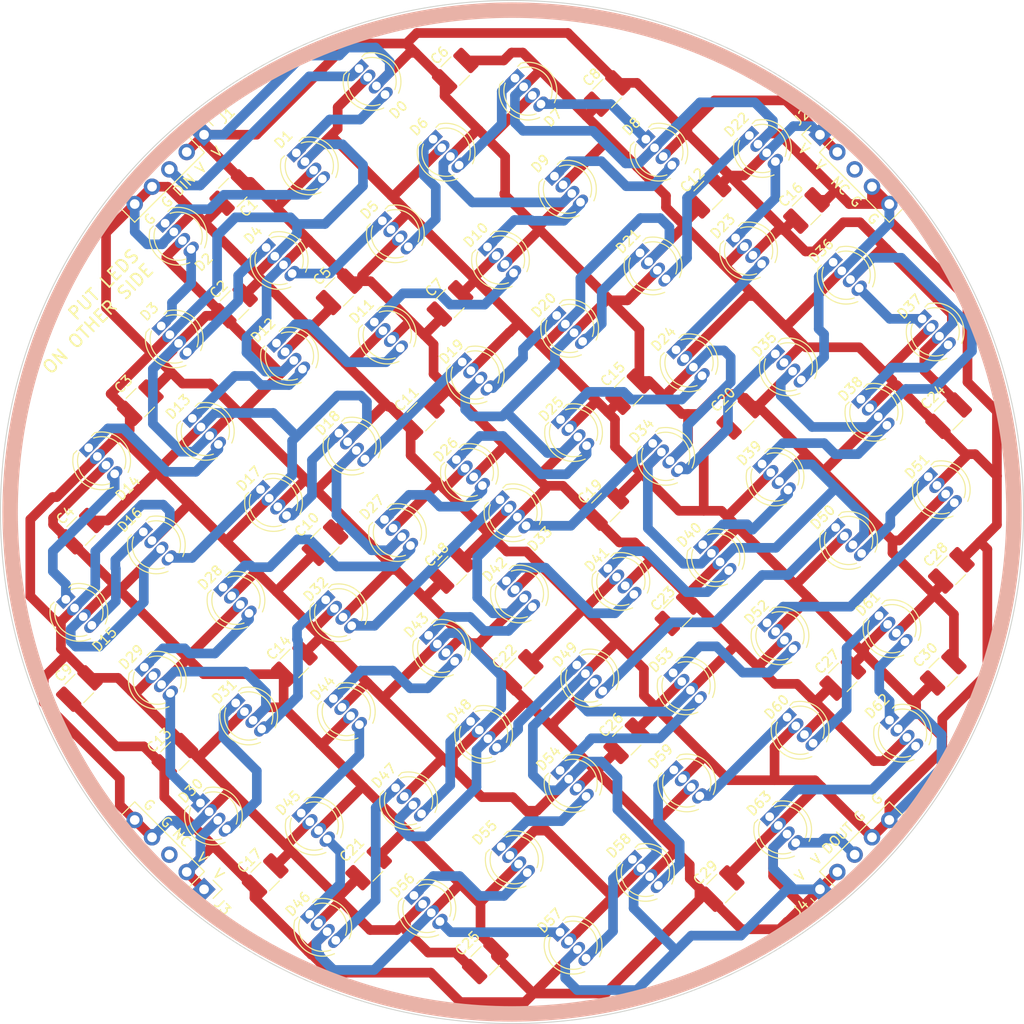
<source format=kicad_pcb>
(kicad_pcb (version 20211014) (generator pcbnew)
  (layers (0 "F.Cu" signal) (31 "B.Cu" signal) (34 "B.Paste" user) (35 "F.Paste" user) (36 "B.SilkS" user "B.Silkscreen") (37 "F.SilkS" user "F.Silkscreen") (38 "B.Mask" user) (39 "F.Mask" user) (44 "Edge.Cuts" user))
  (net 0 "")
  (net 1 "/DIN")
  (net 2 "/5V")
  (net 3 "Net-(D0-Pad4)")
  (net 4 "Net-(D1-Pad4)")
  (net 5 "/GND")
  (net 6 "Net-(D2-Pad4)")
  (net 7 "Net-(D3-Pad4)")
  (net 8 "Net-(D4-Pad4)")
  (net 9 "Net-(D5-Pad4)")
  (net 10 "Net-(D6-Pad4)")
  (net 11 "/ROW1")
  (net 12 "Net-(D8-Pad4)")
  (net 13 "Net-(D10-Pad1)")
  (net 14 "Net-(D10-Pad4)")
  (net 15 "Net-(D11-Pad4)")
  (net 16 "Net-(D12-Pad4)")
  (net 17 "Net-(D13-Pad4)")
  (net 18 "Net-(D14-Pad4)")
  (net 19 "/ROW2")
  (net 20 "Net-(D16-Pad4)")
  (net 21 "Net-(D17-Pad4)")
  (net 22 "Net-(D18-Pad4)")
  (net 23 "Net-(D19-Pad4)")
  (net 24 "Net-(D20-Pad4)")
  (net 25 "Net-(D21-Pad4)")
  (net 26 "Net-(D22-Pad4)")
  (net 27 "/ROW3")
  (net 28 "Net-(D24-Pad4)")
  (net 29 "Net-(D25-Pad4)")
  (net 30 "Net-(D26-Pad4)")
  (net 31 "Net-(D27-Pad4)")
  (net 32 "Net-(D28-Pad4)")
  (net 33 "Net-(D29-Pad4)")
  (net 34 "Net-(D30-Pad4)")
  (net 35 "/ROW4")
  (net 36 "Net-(D32-Pad4)")
  (net 37 "Net-(D33-Pad4)")
  (net 38 "Net-(D34-Pad4)")
  (net 39 "Net-(D35-Pad4)")
  (net 40 "Net-(D36-Pad4)")
  (net 41 "Net-(D37-Pad4)")
  (net 42 "Net-(D38-Pad4)")
  (net 43 "/ROW5")
  (net 44 "Net-(D40-Pad4)")
  (net 45 "Net-(D41-Pad4)")
  (net 46 "Net-(D42-Pad4)")
  (net 47 "Net-(D43-Pad4)")
  (net 48 "Net-(D44-Pad4)")
  (net 49 "Net-(D45-Pad4)")
  (net 50 "Net-(D46-Pad4)")
  (net 51 "/ROW6")
  (net 52 "Net-(D48-Pad4)")
  (net 53 "Net-(D49-Pad4)")
  (net 54 "Net-(D50-Pad4)")
  (net 55 "Net-(D51-Pad4)")
  (net 56 "Net-(D52-Pad4)")
  (net 57 "Net-(D53-Pad4)")
  (net 58 "Net-(D54-Pad4)")
  (net 59 "/ROW7")
  (net 60 "Net-(D56-Pad4)")
  (net 61 "Net-(D57-Pad4)")
  (net 62 "Net-(D58-Pad4)")
  (net 63 "Net-(D59-Pad4)")
  (net 64 "Net-(D60-Pad4)")
  (net 65 "Net-(D61-Pad4)")
  (net 66 "Net-(D62-Pad4)")
  (net 67 "/DOUT")
  (footprint "LED_THT:LED_D5.0mm-4_RGB" (layer "F.Cu") (at 138.021923 110.742323 -45)
    (fp_text reference "D61")
    (fp_text value "Conn_01x04_Male" hide)
  )
  (footprint "Connector_PinHeader_2.54mm:PinHeader_1x05_P2.54mm_Vertical" (layer "F.Cu") (at 131.908 60.908 45)
    (fp_text reference "J2")
    (fp_text value "Conn_01x05_Male" hide)
  )
  (footprint "LED_THT:LED_D5.0mm-4_RGB" (layer "F.Cu") (at 114.5794 92.8878 -45)
    (fp_text reference "D34")
    (fp_text value "Conn_01x04_Male" hide)
  )
  (footprint "LED_THT:LED_D5.0mm-4_RGB" (layer "F.Cu") (at 66.8782 90.297 -45)
    (fp_text reference "D13")
    (fp_text value "Conn_01x04_Male" hide)
  )
  (footprint "LED_THT:LED_D5.0mm-4_RGB" (layer "F.Cu") (at 74.526297 72.595897 -45)
    (fp_text reference "D4")
    (fp_text value "Conn_01x04_Male" hide)
  )
  (footprint "Connector_PinHeader_2.54mm:PinHeader_1x05_P2.54mm_Vertical" (layer "F.Cu") (at 68.092 139.092 -135)
    (fp_text reference "J3")
    (fp_text value "Conn_01x05_Male" hide)
  )
  (footprint "LED_THT:LED_D5.0mm-4_RGB" (layer "F.Cu") (at 98.8822 134.6708 -45)
    (fp_text reference "D55")
    (fp_text value "Conn_01x04_Male" hide)
  )
  (footprint "LED_THT:LED_D5.0mm-4_RGB" (layer "F.Cu") (at 75.593097 82.501897 -45)
    (fp_text reference "D12")
    (fp_text value "Conn_01x04_Male" hide)
  )
  (footprint "LED_THT:LED_D5.0mm-4_RGB" (layer "F.Cu") (at 61.800897 102.059897 -45)
    (fp_text reference "D16")
    (fp_text value "Conn_01x04_Male" hide)
  )
  (footprint "Capacitor_SMD:C_1210_3225Metric_Pad1.33x2.70mm_HandSolder" (layer "F.Cu") (at 111.887 123.698 45)
    (fp_text reference "C26")
    (fp_text value "0.1uF" hide)
  )
  (footprint "Capacitor_SMD:C_1210_3225Metric_Pad1.33x2.70mm_HandSolder" (layer "F.Cu") (at 93.814854 106.057746 45)
    (fp_text reference "C18")
    (fp_text value "0.1uF" hide)
  )
  (footprint "LED_THT:LED_D5.0mm-4_RGB" (layer "F.Cu") (at 133.2738 74.1172 -45)
    (fp_text reference "D36")
    (fp_text value "Conn_01x04_Male" hide)
  )
  (footprint "LED_THT:LED_D5.0mm-4_RGB" (layer "F.Cu") (at 116.7638 126.7206 -45)
    (fp_text reference "D59")
    (fp_text value "Conn_01x04_Male" hide)
  )
  (footprint "Capacitor_SMD:C_1210_3225Metric_Pad1.33x2.70mm_HandSolder" (layer "F.Cu") (at 121.666 139.0142 45)
    (fp_text reference "C29")
    (fp_text value "0.1uF" hide)
  )
  (footprint "Capacitor_SMD:C_1210_3225Metric_Pad1.33x2.70mm_HandSolder" (layer "F.Cu") (at 100.838 116.6114 45)
    (fp_text reference "C22")
    (fp_text value "0.1uF" hide)
  )
  (footprint "Capacitor_SMD:C_1210_3225Metric_Pad1.33x2.70mm_HandSolder" (layer "F.Cu") (at 71.0692 66.9036 -135)
    (fp_text reference "C1")
    (fp_text value "0.1uF" hide)
  )
  (footprint "LED_THT:LED_D5.0mm-4_RGB" (layer "F.Cu") (at 77.650497 62.791497 -45)
    (fp_text reference "D1")
    (fp_text value "Conn_01x04_Male" hide)
  )
  (footprint "LED_THT:LED_D5.0mm-4_RGB" (layer "F.Cu") (at 119.761 103.378 -45)
    (fp_text reference "D40")
    (fp_text value "Conn_01x04_Male" hide)
  )
  (footprint "Capacitor_SMD:C_1210_3225Metric_Pad1.33x2.70mm_HandSolder" (layer "F.Cu") (at 109.715254 99.529946 45)
    (fp_text reference "C19")
    (fp_text value "0.1uF" hide)
  )
  (footprint "LED_THT:LED_D5.0mm-4_RGB" (layer "F.Cu") (at 84.152897 54.053897 -45)
    (fp_text reference "D0")
    (fp_text value "Conn_01x04_Male" hide)
  )
  (footprint "LED_THT:LED_D5.0mm-4_RGB" (layer "F.Cu") (at 95.709897 121.694097 -45)
    (fp_text reference "D48")
    (fp_text value "Conn_01x04_Male" hide)
  )
  (footprint "LED_THT:LED_D5.0mm-4_RGB" (layer "F.Cu") (at 79.0448 141.6812 -45)
    (fp_text reference "D46")
    (fp_text value "Conn_01x04_Male" hide)
  )
  (footprint "LED_THT:LED_D5.0mm-4_RGB" (layer "F.Cu") (at 91.823697 61.369097 -45)
    (fp_text reference "D6")
    (fp_text value "Conn_01x04_Male" hide)
  )
  (footprint "LED_THT:LED_D5.0mm-4_RGB" (layer "F.Cu") (at 116.995097 83.187697 -45)
    (fp_text reference "D24")
    (fp_text value "Conn_01x04_Male" hide)
  )
  (footprint "Capacitor_SMD:C_1210_3225Metric_Pad1.33x2.70mm_HandSolder" (layer "F.Cu") (at 117.1956 110.4392 -135)
    (fp_text reference "C23")
    (fp_text value "0.1uF" hide)
  )
  (footprint "LED_THT:LED_D5.0mm-4_RGB" (layer "F.Cu") (at 125.9078 95.0214 -45)
    (fp_text reference "D39")
    (fp_text value "Conn_01x04_Male" hide)
  )
  (footprint "LED_THT:LED_D5.0mm-4_RGB" (layer "F.Cu") (at 67.7164 130.1496 -45)
    (fp_text reference "D30")
    (fp_text value "Conn_01x04_Male" hide)
  )
  (footprint "LED_THT:LED_D5.0mm-4_RGB" (layer "F.Cu") (at 126.418497 111.483297 -45)
    (fp_text reference "D52")
    (fp_text value "Conn_01x04_Male" hide)
  )
  (footprint "Capacitor_SMD:C_1210_3225Metric_Pad1.33x2.70mm_HandSolder" (layer "F.Cu") (at 65.0748 125.2982 45)
    (fp_text reference "C13")
    (fp_text value "0.1uF" hide)
  )
  (footprint "Capacitor_SMD:C_1210_3225Metric_Pad1.33x2.70mm_HandSolder" (layer "F.Cu") (at 55.3466 101.981 45)
    (fp_text reference "C4")
    (fp_text value "0.1uF" hide)
  )
  (footprint "LED_THT:LED_D5.0mm-4_RGB" (layer "F.Cu") (at 104.980897 126.774097 -45)
    (fp_text reference "D54")
    (fp_text value "Conn_01x04_Male" hide)
  )
  (footprint "Connector_PinHeader_2.54mm:PinHeader_1x05_P2.54mm_Vertical" (layer "F.Cu") (at 131.908 139.092 135)
    (fp_text reference "J4")
    (fp_text value "Conn_01x05_Male" hide)
  )
  (footprint "Capacitor_SMD:C_1210_3225Metric_Pad1.33x2.70mm_HandSolder" (layer "F.Cu") (at 93.5736 78.3844 45)
    (fp_text reference "C7")
    (fp_text value "0.1uF" hide)
  )
  (footprint "LED_THT:LED_D5.0mm-4_RGB" (layer "F.Cu") (at 85.727697 80.317497 -45)
    (fp_text reference "D11")
    (fp_text value "Conn_01x04_Male" hide)
  )
  (footprint "Capacitor_SMD:C_1210_3225Metric_Pad1.33x2.70mm_HandSolder" (layer "F.Cu") (at 82.0928 77.1906 -135)
    (fp_text reference "C5")
    (fp_text value "0.1uF" hide)
  )
  (footprint "LED_THT:LED_D5.0mm-4_RGB" (layer "F.Cu") (at 123.1646 71.6026 -45)
    (fp_text reference "D23")
    (fp_text value "Conn_01x04_Male" hide)
  )
  (footprint "LED_THT:LED_D5.0mm-4_RGB" (layer "F.Cu") (at 116.690297 116.664897 -45)
    (fp_text reference "D53")
    (fp_text value "Conn_01x04_Male" hide)
  )
  (footprint "LED_THT:LED_D5.0mm-4_RGB" (layer "F.Cu") (at 113.8682 61.3664 -45)
    (fp_text reference "D8")
    (fp_text value "Conn_01x04_Male" hide)
  )
  (footprint "LED_THT:LED_D5.0mm-4_RGB" (layer "F.Cu") (at 109.933897 105.844497 -45)
    (fp_text reference "D41")
    (fp_text value "Conn_01x04_Male" hide)
  )
  (footprint "Capacitor_SMD:C_1210_3225Metric_Pad1.33x2.70mm_HandSolder" (layer "F.Cu") (at 145.5166 106.045 45)
    (fp_text reference "C28")
    (fp_text value "0.1uF" hide)
  )
  (footprint "LED_THT:LED_D5.0mm-4_RGB" (layer "F.Cu") (at 106.7054 115.8494 -45)
    (fp_text reference "D49")
    (fp_text value "Conn_01x04_Male" hide)
  )
  (footprint "LED_THT:LED_D5.0mm-4_RGB" (layer "F.Cu") (at 94.8436 84.455 -45)
    (fp_text reference "D19")
    (fp_text value "Conn_01x04_Male" hide)
  )
  (footprint "LED_THT:LED_D5.0mm-4_RGB" (layer "F.Cu") (at 98.7552 98.7298 -45)
    (fp_text reference "D33")
    (fp_text value "Conn_01x04_Male" hide)
  )
  (footprint "LED_THT:LED_D5.0mm-4_RGB" (layer "F.Cu") (at 139.1158 121.5644 -45)
    (fp_text reference "D62")
    (fp_text value "Conn_01x04_Male" hide)
  )
  (footprint "Capacitor_SMD:C_1210_3225Metric_Pad1.33x2.70mm_HandSolder" (layer "F.Cu") (at 90.6018 90.1192 -135)
    (fp_text reference "C11")
    (fp_text value "0.1uF" hide)
  )
  (footprint "LED_THT:LED_D5.0mm-4_RGB" (layer "F.Cu") (at 128.501297 121.262297 -45)
    (fp_text reference "D60")
    (fp_text value "Conn_01x04_Male" hide)
  )
  (footprint "LED_THT:LED_D5.0mm-4_RGB" (layer "F.Cu") (at 142.494 79.9846 -45)
    (fp_text reference "D37")
    (fp_text value "Conn_01x04_Male" hide)
  )
  (footprint "LED_THT:LED_D5.0mm-4_RGB" (layer "F.Cu") (at 89.8398 139.7254 -45)
    (fp_text reference "D56")
    (fp_text value "Conn_01x04_Male" hide)
  )
  (footprint "LED_THT:LED_D5.0mm-4_RGB" (layer "F.Cu") (at 87.9348 128.5748 -45)
    (fp_text reference "D47")
    (fp_text value "Conn_01x04_Male" hide)
  )
  (footprint "LED_THT:LED_D5.0mm-4_RGB" (layer "F.Cu") (at 81.485897 119.331897 -45)
    (fp_text reference "D44")
    (fp_text value "Conn_01x04_Male" hide)
  )
  (footprint "LED_THT:LED_D5.0mm-4_RGB" (layer "F.Cu") (at 104.396697 65.204497 -45)
    (fp_text reference "D9")
    (fp_text value "Conn_01x04_Male" hide)
  )
  (footprint "Capacitor_SMD:C_1210_3225Metric_Pad1.33x2.70mm_HandSolder" (layer "F.Cu") (at 97.2312 146.5072 -135)
    (fp_text reference "C25")
    (fp_text value "0.1uF" hide)
  )
  (footprint "LED_THT:LED_D5.0mm-4_RGB" (layer "F.Cu") (at 70.0532 107.7976 -45)
    (fp_text reference "D28")
    (fp_text value "Conn_01x04_Male" hide)
  )
  (footprint "LED_THT:LED_D5.0mm-4_RGB" (layer "F.Cu") (at 99.418297 107.139897 -45)
    (fp_text reference "D42")
    (fp_text value "Conn_01x04_Male" hide)
  )
  (footprint "LED_THT:LED_D5.0mm-4_RGB" (layer "F.Cu") (at 73.942097 97.665697 -45)
    (fp_text reference "D17")
    (fp_text value "Conn_01x04_Male" hide)
  )
  (footprint "Capacitor_SMD:C_1210_3225Metric_Pad1.33x2.70mm_HandSolder" (layer "F.Cu") (at 71.247 78.5622 45)
    (fp_text reference "C2")
    (fp_text value "0.1uF" hide)
  )
  (footprint "LED_THT:LED_D5.0mm-4_RGB" (layer "F.Cu") (at 112.4712 135.9916 -45)
    (fp_text reference "D58")
    (fp_text value "Conn_01x04_Male" hide)
  )
  (footprint "LED_THT:LED_D5.0mm-4_RGB" (layer "F.Cu") (at 126.6952 131.572 -45)
    (fp_text reference "D63")
    (fp_text value "Conn_01x04_Male" hide)
  )
  (footprint "LED_THT:LED_D5.0mm-4_RGB" (layer "F.Cu") (at 124.589697 60.988097 -45)
    (fp_text reference "D22")
    (fp_text value "Conn_01x04_Male" hide)
  )
  (footprint "LED_THT:LED_D5.0mm-4_RGB" (layer "F.Cu") (at 53.774497 109.044897 -45)
    (fp_text reference "D15")
    (fp_text value "Conn_01x04_Male" hide)
  )
  (footprint "LED_THT:LED_D5.0mm-4_RGB" (layer "F.Cu") (at 97.458123 72.540723 -45)
    (fp_text reference "D10")
    (fp_text value "Conn_01x04_Male" hide)
  )
  (footprint "Connector_PinHeader_2.54mm:PinHeader_1x05_P2.54mm_Vertical" (layer "F.Cu") (at 68.092 60.908 -45)
    (fp_text reference "J1")
    (fp_text value "Conn_01x05_Male" hide)
  )
  (footprint "LED_THT:LED_D5.0mm-4_RGB" (layer "F.Cu") (at 86.565897 69.827297 -45)
    (fp_text reference "D5")
    (fp_text value "Conn_01x04_Male" hide)
  )
  (footprint "LED_THT:LED_D5.0mm-4_RGB" (layer "F.Cu") (at 136.146697 88.318497 -45)
    (fp_text reference "D38")
    (fp_text value "Conn_01x04_Male" hide)
  )
  (footprint "Capacitor_SMD:C_1210_3225Metric_Pad1.33x2.70mm_HandSolder" (layer "F.Cu") (at 74.422 137.7696 45)
    (fp_text reference "C17")
    (fp_text value "0.1uF" hide)
  )
  (footprint "Capacitor_SMD:C_1210_3225Metric_Pad1.33x2.70mm_HandSolder" (layer "F.Cu") (at 120.3198 67.183 -135)
    (fp_text reference "C12")
    (fp_text value "0.1uF" hide)
  )
  (footprint "LED_THT:LED_D5.0mm-4_RGB" (layer "F.Cu") (at 71.372323 119.784723 -45)
    (fp_text reference "D31")
    (fp_text value "Conn_01x04_Male" hide)
  )
  (footprint "Capacitor_SMD:C_1210_3225Metric_Pad1.33x2.70mm_HandSolder" (layer "F.Cu") (at 134.2644 117.1448 45)
    (fp_text reference "C27")
    (fp_text value "0.1uF" hide)
  )
  (footprint "LED_THT:LED_D5.0mm-4_RGB" (layer "F.Cu") (at 91.362123 112.774323 -45)
    (fp_text reference "D43")
    (fp_text value "Conn_01x04_Male" hide)
  )
  (footprint "LED_THT:LED_D5.0mm-4_RGB" (layer "F.Cu") (at 86.782774 100.778174 -45)
    (fp_text reference "D27")
    (fp_text value "Conn_01x04_Male" hide)
  )
  (footprint "Capacitor_SMD:C_1210_3225Metric_Pad1.33x2.70mm_HandSolder" (layer "F.Cu") (at 130.5052 68.7578 45)
    (fp_text reference "C16")
    (fp_text value "0.1uF" hide)
  )
  (footprint "LED_THT:LED_D5.0mm-4_RGB" (layer "F.Cu") (at 104.9782 143.5354 -45)
    (fp_text reference "D57")
    (fp_text value "Conn_01x04_Male" hide)
  )
  (footprint "Capacitor_SMD:C_1210_3225Metric_Pad1.33x2.70mm_HandSolder" (layer "F.Cu") (at 94.119654 54.317946 45)
    (fp_text reference "C6")
    (fp_text value "0.1uF" hide)
  )
  (footprint "LED_THT:LED_D5.0mm-4_RGB" (layer "F.Cu") (at 133.5278 101.6 -45)
    (fp_text reference "D50")
    (fp_text value "Conn_01x04_Male" hide)
  )
  (footprint "LED_THT:LED_D5.0mm-4_RGB" (layer "F.Cu") (at 61.8998 116.078 -45)
    (fp_text reference "D29")
    (fp_text value "Conn_01x04_Male" hide)
  )
  (footprint "Capacitor_SMD:C_1210_3225Metric_Pad1.33x2.70mm_HandSolder" (layer "F.Cu") (at 55.1688 118.2878 45)
    (fp_text reference "C9")
    (fp_text value "0.1uF" hide)
  )
  (footprint "Capacitor_SMD:C_1210_3225Metric_Pad1.33x2.70mm_HandSolder" (layer "F.Cu") (at 112.0902 87.5284 -135)
    (fp_text reference "C15")
    (fp_text value "0.1uF" hide)
  )
  (footprint "LED_THT:LED_D5.0mm-4_RGB" (layer "F.Cu") (at 143.129 96.3422 -45)
    (fp_text reference "D51")
    (fp_text value "Conn_01x04_Male" hide)
  )
  (footprint "Capacitor_SMD:C_1210_3225Metric_Pad1.33x2.70mm_HandSolder" (layer "F.Cu") (at 77.4446 115.697 45)
    (fp_text reference "C14")
    (fp_text value "0.1uF" hide)
  )
  (footprint "LED_THT:LED_D5.0mm-4_RGB" (layer "F.Cu") (at 100.307297 55.044497 -45)
    (fp_text reference "D7")
    (fp_text value "Conn_01x04_Male" hide)
  )
  (footprint "LED_THT:LED_D5.0mm-4_RGB" (layer "F.Cu") (at 104.625297 79.631697 -45)
    (fp_text reference "D20")
    (fp_text value "Conn_01x04_Male" hide)
  )
  (footprint "LED_THT:LED_D5.0mm-4_RGB" (layer "F.Cu") (at 56.136697 93.347697 -45)
    (fp_text reference "D14")
    (fp_text value "Conn_01x04_Male" hide)
  )
  (footprint "Capacitor_SMD:C_1210_3225Metric_Pad1.33x2.70mm_HandSolder" (layer "F.Cu") (at 145.2372 90.0176 -135)
    (fp_text reference "C24")
    (fp_text value "0.1uF" hide)
  )
  (footprint "LED_THT:LED_D5.0mm-4_RGB" (layer "F.Cu") (at 113.261297 73.154697 -45)
    (fp_text reference "D21")
    (fp_text value "Conn_01x04_Male" hide)
  )
  (footprint "LED_THT:LED_D5.0mm-4_RGB" (layer "F.Cu") (at 127.2794 83.6168 -45)
    (fp_text reference "D35")
    (fp_text value "Conn_01x04_Male" hide)
  )
  (footprint "Capacitor_SMD:C_1210_3225Metric_Pad1.33x2.70mm_HandSolder" (layer "F.Cu") (at 109.855 56.642 -135)
    (fp_text reference "C8")
    (fp_text value "0.1uF" hide)
  )
  (footprint "Capacitor_SMD:C_1210_3225Metric_Pad1.33x2.70mm_HandSolder" (layer "F.Cu") (at 61.4934 88.6714 -135)
    (fp_text reference "C3")
    (fp_text value "0.1uF" hide)
  )
  (footprint "Capacitor_SMD:C_1210_3225Metric_Pad1.33x2.70mm_HandSolder" (layer "F.Cu") (at 123.5964 90.0938 -135)
    (fp_text reference "C20")
    (fp_text value "0.1uF" hide)
  )
  (footprint "LED_THT:LED_D5.0mm-4_RGB" (layer "F.Cu") (at 78.158497 131.193697 -45)
    (fp_text reference "D45")
    (fp_text value "Conn_01x04_Male" hide)
  )
  (footprint "LED_THT:LED_D5.0mm-4_RGB" (layer "F.Cu") (at 82.070097 91.823697 -45)
    (fp_text reference "D18")
    (fp_text value "Conn_01x04_Male" hide)
  )
  (footprint "LED_THT:LED_D5.0mm-4_RGB" (layer "F.Cu") (at 105.029 90.424 -45)
    (fp_text reference "D25")
    (fp_text value "Conn_01x04_Male" hide)
  )
  (footprint "Capacitor_SMD:C_1210_3225Metric_Pad1.33x2.70mm_HandSolder" (layer "F.Cu") (at 80.6196 103.1748 -135)
    (fp_text reference "C10")
    (fp_text value "0.1uF" hide)
  )
  (footprint "LED_THT:LED_D5.0mm-4_RGB" (layer "F.Cu") (at 64.0588 70.0786 -45)
    (fp_text reference "D2")
    (fp_text value "Conn_01x04_Male" hide)
  )
  (footprint "Capacitor_SMD:C_1210_3225Metric_Pad1.33x2.70mm_HandSolder" (layer "F.Cu") (at 144.6784 116.6114 -135)
    (fp_text reference "C30")
    (fp_text value "0.1uF" hide)
  )
  (footprint "LED_THT:LED_D5.0mm-4_RGB" (layer "F.Cu") (at 80.6958 109.093 -45)
    (fp_text reference "D32")
    (fp_text value "Conn_01x04_Male" hide)
  )
  (footprint "Capacitor_SMD:C_1210_3225Metric_Pad1.33x2.70mm_HandSolder" (layer "F.Cu") (at 85.1408 136.779 -135)
    (fp_text reference "C21")
    (fp_text value "0.1uF" hide)
  )
  (footprint "LED_THT:LED_D5.0mm-4_RGB" (layer "F.Cu") (at 94.232323 94.562523 -45)
    (fp_text reference "D26")
    (fp_text value "Conn_01x04_Male" hide)
  )
  (footprint "LED_THT:LED_D5.0mm-4_RGB" (layer "F.Cu") (at 63.655097 80.723897 -45)
    (fp_text reference "D3")
    (fp_text value "Conn_01x04_Male" hide)
  )
  (gr_circle (center 100 100) (end 152 100) (layer "B.SilkS") (width 1.6) (fill none))
  (gr_circle (center 100 100) (end 153 100) (layer "Edge.Cuts") (width 0.1) (fill none))
  (gr_text "G  G NC  V  V" (at 65.9638 133.9088 315) (layer "F.SilkS") (effects (font (size 1 1))))
  (gr_text "G  G DIN V  V" (at 65.9384 66.2178 45) (layer "F.SilkS") (effects (font (size 1 1))))
  (gr_text "V  V DOUT G  G" (at 133.858 133.7056 45) (layer "F.SilkS") (effects (font (size 1 1))))
  (gr_text "PUT LEDS\nON OTHER SIDE" (at 61.849 73.7616 45) (layer "F.SilkS") (effects (font (size 1.3 1.3) (thickness 0.19)) (justify right)))
  (gr_text "V  V  NC G  G" (at 133.8326 66.04 315) (layer "F.SilkS") (effects (font (size 1 1))))
  (segment (start 67.691 66.167) (end 78.994 54.864) (width 1) (layer "B.Cu") (net 1))
  (segment (start 78.994 54.864) (end 83.342794 54.864) (width 1) (layer "B.Cu") (net 1))
  (segment (start 66.166796 66.167) (end 67.691 66.167) (width 1) (layer "B.Cu") (net 1))
  (segment (start 83.342794 54.864) (end 84.152897 54.053897) (width 1) (layer "B.Cu") (net 1))
  (segment (start 64.499898 64.500102) (end 66.166796 66.167) (width 1) (layer "B.Cu") (net 1))
  (segment (start 105.2068 146.898902) (end 106.774251 145.331451) (width 1) (layer "F.Cu") (net 2))
  (segment (start 81.153 147.7264) (end 91.5924 147.7264) (width 1) (layer "F.Cu") (net 2))
  (segment (start 118.300454 109.334346) (end 118.783146 109.334346) (width 1) (layer "F.Cu") (net 2))
  (segment (start 133.159546 118.249654) (end 132.854746 118.249654) (width 1) (layer "F.Cu") (net 2))
  (segment (start 78.917754 71.805846) (end 83.197654 76.085746) (width 1) (layer "F.Cu") (net 2))
  (segment (start 99.2124 67.1068) (end 102.997 70.8914) (width 1) (layer "F.Cu") (net 2))
  (segment (start 143.6116 108.4326) (end 139.4206 104.2416) (width 1) (layer "F.Cu") (net 2))
  (segment (start 128.5568 142.4432) (end 130.166 140.834) (width 1) (layer "F.Cu") (net 2))
  (segment (start 87.523748 82.113548) (end 89.335196 80.3021) (width 1) (layer "F.Cu") (net 2))
  (segment (start 118.783146 109.334346) (end 123.063 113.6142) (width 1) (layer "F.Cu") (net 2))
  (segment (start 124.031596 65.1383) (end 122.5423 65.1383) (width 1) (layer "F.Cu") (net 2))
  (segment (start 131.908 60.908) (end 133.704051 62.704051) (width 1) (layer "F.Cu") (net 2))
  (segment (start 93.619748 63.165148) (end 96.332896 60.452) (width 1) (layer "F.Cu") (net 2))
  (segment (start 118.237 92.822302) (end 118.237 89.8398) (width 1) (layer "F.Cu") (net 2))
  (segment (start 110.782146 124.802854) (end 108.7882 126.7968) (width 1) (layer "F.Cu") (net 2))
  (segment (start 55.570548 110.799452) (end 58.8137 107.5563) (width 1) (layer "F.Cu") (net 2))
  (segment (start 82.491851 110.889051) (end 87.386748 105.994154) (width 1) (layer "F.Cu") (net 2))
  (segment (start 116.2177 88.4555) (end 117.602 89.8398) (width 1) (layer "F.Cu") (net 2))
  (segment (start 67.932346 133.489654) (end 69.189646 134.746954) (width 1) (layer "F.Cu") (net 2))
  (segment (start 144.925051 98.138251) (end 140.117102 102.9462) (width 1) (layer "F.Cu") (net 2))
  (segment (start 130.4036 72.9996) (end 131.318 72.9996) (width 1) (layer "F.Cu") (net 2))
  (segment (start 68.092 61.716692) (end 69.062554 62.687246) (width 1) (layer "F.Cu") (net 2))
  (segment (start 97.3836 61.2648) (end 99.2886 63.1698) (width 1) (layer "F.Cu") (net 2))
  (segment (start 137.8585 101.3841) (end 132.2324 95.758) (width 1) (layer "F.Cu") (net 2))
  (segment (start 89.373296 52.4256) (end 90.0176 52.4256) (width 1) (layer "F.Cu") (net 2))
  (segment (start 86.245654 135.674146) (end 86.245654 135.648746) (width 1) (layer "F.Cu") (net 2))
  (segment (start 91.706654 89.014346) (end 91.706654 88.988946) (width 1) (layer "F.Cu") (net 2))
  (segment (start 79.446548 64.587548) (end 75.70805 68.326046) (width 1) (layer "F.Cu") (net 2))
  (segment (start 118.300454 108.724654) (end 118.300454 109.334346) (width 1) (layer "F.Cu") (net 2))
  (segment (start 63.627 84.455) (end 64.8081 85.6361) (width 1) (layer "F.Cu") (net 2))
  (segment (start 118.057202 60.7695) (end 118.1735 60.7695) (width 1) (layer "F.Cu") (net 2))
  (segment (start 101.331302 150.7744) (end 102.214951 149.890751) (width 1) (layer "F.Cu") (net 2))
  (segment (start 72.072546 89.61455) (end 72.072546 90.055654) (width 1) (layer "F.Cu") (net 2))
  (segment (start 64.305136 117.279464) (end 66.421 115.1636) (width 1) (layer "F.Cu") (net 2))
  (segment (start 77.389148 84.297948) (end 76.042948 85.644148) (width 1) (layer "F.Cu") (net 2))
  (segment (start 68.092 60.908) (end 68.092 61.716692) (width 1) (layer "F.Cu") (net 2))
  (segment (start 132.2324 95.758) (end 130.7592 94.2848) (width 1) (layer "F.Cu") (net 2))
  (segment (start 95.072246 113.055354) (end 95.592946 113.576054) (width 1) (layer "F.Cu") (net 2))
  (segment (start 137.335802 101.3841) (end 137.8585 101.3841) (width 1) (layer "F.Cu") (net 2))
  (segment (start 70.142146 79.667054) (end 70.142146 79.743346) (width 1) (layer "F.Cu") (net 2))
  (segment (start 69.189646 134.746954) (end 73.317146 138.874454) (width 1) (layer "F.Cu") (net 2))
  (segment (start 114.7445 132.8801) (end 117.3099 135.4455) (width 1) (layer "F.Cu") (net 2))
  (segment (start 129.400346 69.862654) (end 129.070146 69.862654) (width 1) (layer "F.Cu") (net 2))
  (segment (start 116.375451 94.683851) (end 118.237 92.822302) (width 1) (layer "F.Cu") (net 2))
  (segment (start 142.7226 83.348102) (end 142.7226 85.3694) (width 1) (layer "F.Cu") (net 2))
  (segment (start 128.3532 57.3532) (end 120.9802 57.3532) (width 1) (layer "F.Cu") (net 2))
  (segment (start 114.267251 137.787651) (end 116.609402 135.4455) (width 1) (layer "F.Cu") (net 2))
  (segment (start 106.825051 92.220051) (end 102.702902 96.3422) (width 1) (layer "F.Cu") (net 2))
  (segment (start 71.156148 89.611154) (end 71.628046 89.611154) (width 1) (layer "F.Cu") (net 2))
  (segment (start 131.908 60.908) (end 128.3532 57.3532) (width 1) (layer "F.Cu") (net 2))
  (segment (start 84.5947 128.4859) (end 88.3031 132.1943) (width 1) (layer "F.Cu") (net 2))
  (segment (start 64.8081 85.6361) (end 65.8622 86.6902) (width 1) (layer "F.Cu") (net 2))
  (segment (start 143.941708 86.5124) (end 146.342054 88.912746) (width 1) (layer "F.Cu") (net 2))
  (segment (start 127.7112 143.2306) (end 128.4986 142.4432) (width 1) (layer "F.Cu") (net 2))
  (segment (start 108.550296 126.7968) (end 108.6612 126.7968) (width 1) (layer "F.Cu") (net 2))
  (segment (start 145.5674 80.503302) (end 144.290051 81.780651) (width 1) (layer "F.Cu") (net 2))
  (segment (start 88.361948 71.623348) (end 84.467654 75.517642) (width 1) (layer "F.Cu") (net 2))
  (segment (start 96.639651 86.251051) (end 94.562202 88.3285) (width 1) (layer "F.Cu") (net 2))
  (segment (start 102.699548 70.8914) (end 102.997 70.8914) (width 1) (layer "F.Cu") (net 2))
  (segment (start 70.142146 79.743346) (end 76.042948 85.644148) (width 1) (layer "F.Cu") (net 2))
  (segment (start 118.237 89.8398) (end 119.3292 89.8398) (width 1) (layer "F.Cu") (net 2))
  (segment (start 66.295949 62.704051) (end 68.092 60.908) (width 1) (layer "F.Cu") (net 2))
  (segment (start 73.317146 138.874454) (end 73.317146 139.966746) (width 1) (layer "F.Cu") (net 2))
  (segment (start 80.0989 123.9901) (end 84.5947 128.4859) (width 1) (layer "F.Cu") (net 2))
  (segment (start 80.840851 143.477251) (end 78.8797 145.438402) (width 1) (layer "F.Cu") (net 2))
  (segment (start 93.158174 114.570374) (end 94.673194 113.055354) (width 1) (layer "F.Cu") (net 2))
  (segment (start 76.322348 74.391948) (end 77.0636 73.650696) (width 1) (layer "F.Cu") (net 2))
  (segment (start 124.960651 73.398651) (end 127.594902 70.7644) (width 1) (layer "F.Cu") (net 2))
  (segment (start 132.5245 120.7897) (end 137.5156 125.7808) (width 1) (layer "F.Cu") (net 2))
  (segment (start 130.236502 94.2848) (end 130.7592 94.2848) (width 1) (layer "F.Cu") (net 2))
  (segment (start 83.866148 93.619748) (end 79.988042 97.497854) (width 1) (layer "F.Cu") (net 2))
  (segment (start 100.678251 136.481549) (end 96.7359 140.4239) (width 1) (layer "F.Cu") (net 2))
  (segment (start 129.54 117.8052) (end 131.4196 119.6848) (width 1) (layer "F.Cu") (net 2))
  (segment (start 72.910654 65.798746) (end 75.437954 68.326046) (width 1) (layer "F.Cu") (net 2))
  (segment (start 78.387842 96.812054) (end 78.828946 96.812054) (width 1) (layer "F.Cu") (net 2))
  (segment (start 123.063 113.884296) (end 123.063 113.6142) (width 1) (layer "F.Cu") (net 2))
  (segment (start 54.241746 103.085854) (end 54.343254 103.085854) (width 1) (layer "F.Cu") (net 2))
  (segment (start 73.317146 139.966746) (end 78.8797 145.5293) (width 1) (layer "F.Cu") (net 2))
  (segment (start 113.195054 81.089454) (end 113.195054 86.423546) (width 1) (layer "F.Cu") (net 2))
  (segment (start 130.297348 123.016852) (end 132.5245 120.7897) (width 1) (layer "F.Cu") (net 2))
  (segment (start 127.703851 96.817451) (end 130.236502 94.2848) (width 1) (layer "F.Cu") (net 2))
  (segment (start 139.4206 104.2416) (end 139.4206 102.9462) (width 1) (layer "F.Cu") (net 2))
  (segment (start 91.8718 85.6996) (end 93.4339 87.2617) (width 1) (layer "F.Cu") (net 2))
  (segment (start 80.419796 123.9901) (end 80.0989 123.9901) (width 1) (layer "F.Cu") (net 2))
  (segment (start 102.699548 70.493748) (end 102.699548 70.8914) (width 1) (layer "F.Cu") (net 2))
  (segment (start 82.9818 51.4604) (end 89.0524 51.4604) (width 1) (layer "F.Cu") (net 2))
  (segment (start 90.9066 81.661) (end 91.8718 82.6262) (width 1) (layer "F.Cu") (net 2))
  (segment (start 92.71 107.1626) (end 91.033646 108.838954) (width 1) (layer "F.Cu") (net 2))
  (segment (start 99.2886 63.1698) (end 99.2886 66.9036) (width 1) (layer "F.Cu") (net 2))
  (segment (start 89.730851 130.370851) (end 88.3031 131.798602) (width 1) (layer "F.Cu") (net 2))
  (segment (start 81.724454 102.069946) (end 81.724454 101.968346) (width 1) (layer "F.Cu") (net 2))
  (segment (start 110.1725 78.0669) (end 113.195054 81.089454) (width 1) (layer "F.Cu") (net 2))
  (segment (start 118.300454 108.430648) (end 121.557051 105.174051) (width 1) (layer "F.Cu") (net 2))
  (segment (start 96.62442 113.525876) (end 96.62442 113.576054) (width 1) (layer "F.Cu") (net 2))
  (segment (start 131.4196 119.6848) (end 132.5245 120.7897) (width 1) (layer "F.Cu") (net 2))
  (segment (start 88.3031 132.1943) (end 89.0016 132.8928) (width 1) (layer "F.Cu") (net 2))
  (segment (start 54.089254 119.392654) (end 58.9788 124.2822) (width 1) (layer "F.Cu") (net 2))
  (segment (start 72.072546 90.055654) (end 78.828946 96.812054) (width 1) (layer "F.Cu") (net 2))
  (segment (start 93.0148 55.4228) (end 93.0148 56.896) (width 1) (layer "F.Cu") (net 2))
  (segment (start 118.4148 136.5504) (end 118.4148 137.972708) (width 1) (layer "F.Cu") (net 2))
  (segment (start 64.196502 73.72141) (end 70.142146 79.667054) (width 1) (layer "F.Cu") (net 2))
  (segment (start 112.7252 103.1494) (end 114.7064 105.1306) (width 1) (layer "F.Cu") (net 2))
  (segment (start 81.724454 101.968346) (end 82.854846 100.837954) (width 1) (layer "F.Cu") (net 2))
  (segment (start 78.828946 96.812054) (end 79.514746 97.497854) (width 1) (layer "F.Cu") (net 2))
  (segment (start 91.635851 141.521451) (end 94.524102 138.6332) (width 1) (layer "F.Cu") (net 2))
  (segment (start 78.8797 145.5293) (end 79.21829 145.86789) (width 1) (layer "F.Cu") (net 2))
  (segment (start 58.8137 107.5563) (end 59.436 108.1786) (width 1) (layer "F.Cu") (net 2))
  (segment (start 123.7742 143.2306) (end 127.7112 143.2306) (width 1) (layer "F.Cu") (net 2))
  (segment (start 138.811 72.7456) (end 145.5674 79.502) (width 1) (layer "F.Cu") (net 2))
  (segment (start 123.494708 87.7824) (end 124.701254 88.988946) (width 1) (layer "F.Cu") (net 2))
  (segment (start 78.8797 145.438402) (end 78.8797 145.5293) (width 1) (layer "F.Cu") (net 2))
  (segment (start 68.674251 92.093051) (end 71.156148 89.611154) (width 1) (layer "F.Cu") (net 2))
  (segment (start 127.0508 134.808502) (end 127.0508 137.7188) (width 1) (layer "F.Cu") (net 2))
  (segment (start 79.988042 97.497854) (end 79.514746 97.497854) (width 1) (layer "F.Cu") (net 2))
  (segment (start 119.418146 138.976054) (end 120.561146 140.119054) (width 1) (layer "F.Cu") (net 2))
  (segment (start 96.7359 140.4239) (end 96.7359 143.802192) (width 1) (layer "F.Cu") (net 2))
  (segment (start 100.551251 100.525851) (end 103.4542 97.622902) (width 1) (layer "F.Cu") (net 2))
  (segment (start 125.463346 88.988946) (end 124.701254 88.988946) (width 1) (layer "F.Cu") (net 2))
  (segment (start 102.702902 96.3422) (end 102.5144 96.3422) (width 1) (layer "F.Cu") (net 2))
  (segment (start 94.742 138.6332) (end 96.5327 140.4239) (width 1) (layer "F.Cu") (net 2))
  (segment (start 129.075451 85.412851) (end 125.499356 88.988946) (width 1) (layer "F.Cu") (net 2))
  (segment (start 132.854746 118.249654) (end 131.4196 119.6848) (width 1) (layer "F.Cu") (net 2))
  (segment (start 145.5674 79.502) (end 145.5674 80.503302) (width 1) (layer "F.Cu") (net 2))
  (segment (start 88.3031 131.798602) (end 88.3031 132.1943) (width 1) (layer "F.Cu") (net 2))
  (segment (start 108.6612 126.7968) (end 114.7445 132.8801) (width 1) (layer "F.Cu") (net 2))
  (segment (start 111.125 103.1494) (end 112.7252 103.1494) (width 1) (layer "F.Cu") (net 2))
  (segment (start 63.969946 126.403054) (end 63.969946 129.527254) (width 1) (layer "F.Cu") (net 2))
  (segment (start 100.678251 136.466851) (end 100.678251 136.481549) (width 1) (layer "F.Cu") (net 2))
  (segment (start 111.729948 107.640548) (end 114.239896 105.1306) (width 1) (layer "F.Cu") (net 2))
  (segment (start 135.069851 75.913251) (end 138.237502 72.7456) (width 1) (layer "F.Cu") (net 2))
  (segment (start 79.29449 145.86789) (end 81.153 147.7264) (width 1) (layer "F.Cu") (net 2))
  (segment (start 83.197654 76.085746) (end 84.467654 76.085746) (width 1) (layer "F.Cu") (net 2))
  (segment (start 66.295949 137.295949) (end 68.092 139.092) (width 1) (layer "F.Cu") (net 2))
  (segment (start 144.411746 107.149854) (end 144.411746 107.632454) (width 1) (layer "F.Cu") (net 2))
  (segment (start 126.385748 62.784148) (end 124.031596 65.1383) (width 1) (layer "F.Cu") (net 2))
  (segment (start 138.237502 72.7456) (end 138.811 72.7456) (width 1) (layer "F.Cu") (net 2))
  (segment (start 92.468746 79.489254) (end 92.468746 80.098854) (width 1) (layer "F.Cu") (net 2))
  (segment (start 84.467654 75.517642) (end 84.467654 76.085746) (width 1) (layer "F.Cu") (net 2))
  (segment (start 68.707092 86.6902) (end 71.628046 89.611154) (width 1) (layer "F.Cu") (net 2))
  (segment (start 89.0524 51.4604) (end 90.0176 52.4256) (width 1) (layer "F.Cu") (net 2))
  (segment (start 79.514746 97.497854) (end 82.854846 100.837954) (width 1) (layer "F.Cu") (net 2))
  (segment (start 86.829946 104.813054) (end 88.011046 105.994154) (width 1) (layer "F.Cu") (net 2))
  (segment (start 120.561146 140.119054) (end 120.662654 140.119054) (width 1) (layer "F.Cu") (net 2))
  (segment (start 68.304042 79.667054) (end 70.142146 79.667054) (width 1) (layer "F.Cu") (net 2))
  (segment (start 69.512451 131.945651) (end 69.476349 131.945651) (width 1) (layer "F.Cu") (net 2))
  (segment (start 55.570548 110.840948) (end 55.570548 110.799452) (width 1) (layer "F.Cu") (net 2))
  (segment (start 77.072904 73.650696) (end 78.917754 71.805846) (width 1) (layer "F.Cu") (net 2))
  (segment (start 79.954548 132.989748) (end 84.458396 128.4859) (width 1) (layer "F.Cu") (net 2))
  (segment (start 138.466102 125.8062) (end 140.911851 123.360451) (width 1) (layer "F.Cu") (net 2))
  (segment (start 118.4148 137.972708) (end 119.418146 138.976054) (width 1) (layer "F.Cu") (net 2))
  (segment (start 74.518202 120.230946) (end 76.339746 120.230946) (width 1) (layer "F.Cu") (net 2))
  (segment (start 91.8718 82.6262) (end 91.8718 85.6996) (width 1) (layer "F.Cu") (net 2))
  (segment (start 66.295949 137.295949) (end 68.844944 134.746954) (width 1) (layer "F.Cu") (net 2))
  (segment (start 86.245654 135.648746) (end 89.0016 132.8928) (width 1) (layer "F.Cu") (net 2))
  (segment (start 89.0524 51.4604) (end 90.1446 50.3682) (width 1) (layer "F.Cu") (net 2))
  (segment (start 142.7226 85.3694) (end 143.8656 86.5124) (width 1) (layer "F.Cu") (net 2))
  (segment (start 92.468746 80.098854) (end 90.9066 81.661) (width 1) (layer "F.Cu") (net 2))
  (segment (start 121.3866 87.7824) (end 123.494708 87.7824) (width 1) (layer "F.Cu") (net 2))
  (segment (start 75.738148 99.461748) (end 78.387842 96.812054) (width 1) (layer "F.Cu") (net 2))
  (segment (start 96.62442 113.576054) (end 95.592946 113.576054) (width 1) (layer "F.Cu") (net 2))
  (segment (start 104.2924 121.854502) (end 104.2924 122.428) (width 1) (layer "F.Cu") (net 2))
  (segment (start 128.214548 113.279348) (end 125.5141 115.979796) (width 1) (layer "F.Cu") (net 2))
  (segment (start 96.5708 60.452) (end 97.3836 61.2648) (width 1) (layer "F.Cu") (net 2))
  (segment (start 121.602454 66.078146) (end 122.5423 65.1383) (width 1) (layer "F.Cu") (net 2))
  (segment (start 112.941146 55.537146) (end 118.1735 60.7695) (width 1) (layer "F.Cu") (net 2))
  (segment (start 99.733146 117.868746) (end 101.5619 119.6975) (width 1) (layer "F.Cu") (net 2))
  (segment (start 65.8622 86.6902) (end 68.707092 86.6902) (width 1) (layer "F.Cu") (net 2))
  (segment (start 125.499356 88.988946) (end 124.701254 88.988946) (width 1) (layer "F.Cu") (net 2))
  (segment (start 119.3292 89.8398) (end 121.3866 87.7824) (width 1) (layer "F.Cu") (net 2))
  (segment (start 99.2124 66.9798) (end 99.2124 67.1068) (width 1) (layer "F.Cu") (net 2))
  (segment (start 120.662654 140.119054) (end 123.7742 143.2306) (width 1) (layer "F.Cu") (net 2))
  (segment (start 128.1684 70.7644) (end 130.4036 72.9996) (width 1) (layer "F.Cu") (net 2))
  (segment (start 97.679096 61.2648) (end 97.3836 61.2648) (width 1) (layer "F.Cu") (net 2))
  (segment (start 64.196502 73.533) (end 64.196502 73.72141) (width 1) (layer "F.Cu") (net 2))
  (segment (start 76.339746 120.230946) (end 80.0989 123.9901) (width 1) (layer "F.Cu") (net 2))
  (segment (start 76.339746 116.801854) (end 76.339746 120.230946) (width 1) (layer "F.Cu") (net 2))
  (segment (start 84.458396 128.4859) (end 84.5947 128.4859) (width 1) (layer "F.Cu") (net 2))
  (segment (start 86.829946 104.323104) (end 86.829946 104.813054) (width 1) (layer "F.Cu") (net 2))
  (segment (start 110.959854 55.537146) (end 112.941146 55.537146) (width 1) (layer "F.Cu") (net 2))
  (segment (start 57.932748 95.143748) (end 52.451 100.625496) (width 1) (layer "F.Cu") (net 2))
  (segment (start 77.0636 73.650696) (end 77.072904 73.650696) (width 1) (layer "F.Cu") (net 2))
  (segment (start 52.451 101.295108) (end 54.241746 103.085854) (width 1) (layer "F.Cu") (net 2))
  (segment (start 54.063946 119.392654) (end 54.089254 119.392654) (width 1) (layer "F.Cu") (net 2))
  (segment (start 137.5156 125.8062) (end 138.466102 125.8062) (width 1) (layer "F.Cu") (net 2))
  (segment (start 131.908 139.092) (end 133.704051 137.295949) (width 1) (layer "F.Cu") (net 2))
  (segment (start 90.0176 52.4256) (end 93.0148 55.4228) (width 1) (layer "F.Cu") (net 2))
  (segment (start 98.336054 145.402346) (end 98.336054 146.011854) (width 1) (layer "F.Cu") (net 2))
  (segment (start 95.592946 113.576054) (end 99.733146 117.716254) (width 1) (layer "F.Cu") (net 2))
  (segment (start 127.0508 137.7188) (end 130.166 140.834) (width 1) (layer "F.Cu") (net 2))
  (segment (start 137.942748 90.114548) (end 132.299296 95.758) (width 1) (layer "F.Cu") (net 2))
  (segment (start 66.421 115.021902) (end 66.421 115.1636) (width 1) (layer "F.Cu") (net 2))
  (segment (start 101.214348 108.935948) (end 96.62442 113.525876) (width 1) (layer "F.Cu") (net 2))
  (segment (start 122.5423 65.1383) (end 128.1684 70.7644) (width 1) (layer "F.Cu") (net 2))
  (segment (start 93.0148 56.896) (end 96.5708 60.452) (width 1) (layer "F.Cu") (net 2))
  (segment (start 106.421348 81.427748) (end 109.782196 78.0669) (width 1) (layer "F.Cu") (net 2))
  (segment (start 145.783254 115.506546) (end 145.783254 110.604254) (width 1) (layer "F.Cu") (net 2))
  (segment (start 64.290438 117.279464) (end 64.305136 117.279464) (width 1) (layer "F.Cu") (net 2))
  (segment (start 71.849251 109.593651) (end 66.421 115.021902) (width 1) (layer "F.Cu") (net 2))
  (segment (start 102.214951 149.890751) (end 105.2068 146.898902) (width 1) (layer "F.Cu") (net 2))
  (segment (start 64.5287 85.6361) (end 64.8081 85.6361) (width 1) (layer "F.Cu") (net 2))
  (segment (start 137.5156 125.7808) (end 137.5156 125.8062) (width 1) (layer "F.Cu") (net 2))
  (segment (start 116.609402 135.4455) (end 117.3099 135.4455) (width 1) (layer "F.Cu") (net 2))
  (segment (start 116.2177 87.557196) (end 118.791148 84.983748) (width 1) (layer "F.Cu") (net 2))
  (segment (start 140.117102 102.9462) (end 139.4206 102.9462) (width 1) (layer "F.Cu") (net 2))
  (segment (start 82.854846 100.837954) (end 86.829946 104.813054) (width 1) (layer "F.Cu") (net 2))
  (segment (start 87.386748 105.994154) (end 88.011046 105.994154) (width 1) (layer "F.Cu") (net 2))
  (segment (start 111.941196 78.0669) (end 110.1725 78.0669) (width 1) (layer "F.Cu") (net 2))
  (segment (start 139.817974 112.538374) (end 143.568148 108.7882) (width 1) (layer "F.Cu") (net 2))
  (segment (start 108.6104 100.6348) (end 111.125 103.1494) (width 1) (layer "F.Cu") (net 2))
  (segment (start 54.343254 103.085854) (end 58.8137 107.5563) (width 1) (layer "F.Cu") (net 2))
  (segment (start 102.997 70.8914) (end 110.1725 78.0669) (width 1) (layer "F.Cu") (net 2))
  (segment (start 105.790908 50.3682) (end 110.959854 55.537146) (width 1) (layer "F.Cu") (net 2))
  (segment (start 109.671849 149.890751) (end 119.418146 140.144454) (width 1) (layer "F.Cu") (net 2))
  (segment (start 118.559851 128.516651) (end 114.7445 132.332002) (width 1) (layer "F.Cu") (net 2))
  (segment (start 96.028374 96.358574) (end 99.194348 93.1926) (width 1) (layer "F.Cu") (net 2))
  (segment (start 63.596948 103.855948) (end 59.436 108.016896) (width 1) (layer "F.Cu") (net 2))
  (segment (start 123.063 113.6142) (end 125.5141 116.0653) (width 1) (layer "F.Cu") (net 2))
  (segment (start 118.1735 60.7695) (end 122.5423 65.1383) (width 1) (layer "F.Cu") (net 2))
  (segment (start 71.628046 89.611154) (end 72.072546 90.055654) (width 1) (layer "F.Cu") (net 2))
  (segment (start 76.042948 85.644148) (end 72.072546 89.61455) (width 1) (layer "F.Cu") (net 2))
  (segment (start 94.562202 88.3285) (end 94.5007 88.3285) (width 1) (layer "F.Cu") (net 2))
  (segment (start 125.5141 115.979796) (end 125.5141 116.0653) (width 1) (layer "F.Cu") (net 2))
  (segment (start 106.192748 67.000548) (end 102.699548 70.493748) (width 1) (layer "F.Cu") (net 2))
  (segment (start 63.695851 117.874051) (end 64.290438 117.279464) (width 1) (layer "F.Cu") (net 2))
  (segment (start 89.0016 132.8928) (end 94.742 138.6332) (width 1) (layer "F.Cu") (net 2))
  (segment (start 118.486348 118.460948) (end 123.063 113.884296) (width 1) (layer "F.Cu") (net 2))
  (segment (start 129.070146 69.862654) (end 128.1684 70.7644) (width 1) (layer "F.Cu") (net 2))
  (segment (start 104.2924 122.428) (end 108.6612 126.7968) (width 1) (layer "F.Cu") (net 2))
  (segment (start 91.033646 108.838954) (end 90.855846 108.838954) (width 1) (layer "F.Cu") (net 2))
  (segment (start 73.5342 60.908) (end 82.9818 51.4604) (width 1) (layer "F.Cu") (net 2))
  (segment (start 103.4542 97.282) (end 105.2576 97.282) (width 1) (layer "F.Cu") (net 2))
  (segment (start 85.331346 76.085746) (end 89.5477 80.3021) (width 1) (layer "F.Cu") (net 2))
  (segment (start 99.194348 93.1926) (end 99.3648 93.1926) (width 1) (layer "F.Cu") (net 2))
  (segment (start 63.969946 129.527254) (end 67.932346 133.489654) (width 1) (layer "F.Cu") (net 2))
  (segment (start 127.594902 70.7644) (end 128.1684 70.7644) (width 1) (layer "F.Cu") (net 2))
  (segment (start 130.297348 123.058348) (end 130.297348 123.016852) (width 1) (layer "F.Cu") (net 2))
  (segment (start 65.854851 71.874651) (end 64.196502 73.533) (width 1) (layer "F.Cu") (net 2))
  (segment (start 114.7445 132.332002) (end 114.7445 132.8801) (width 1) (layer "F.Cu") (net 2))
  (segment (start 98.336054 146.011854) (end 102.214951 149.890751) (width 1) (layer "F.Cu") (net 2))
  (segment (start 101.5619 119.6975) (end 104.2924 122.428) (width 1) (layer "F.Cu") (net 2))
  (segment (start 117.602 89.8398) (end 118.237 89.8398) (width 1) (layer "F.Cu") (net 2))
  (segment (start 130.7592 94.2848) (end 125.463346 88.988946) (width 1) (layer "F.Cu") (net 2))
  (segment (start 106.776948 128.570148) (end 108.550296 126.7968) (width 1) (layer "F.Cu") (net 2))
  (segment (start 102.214951 149.890751) (end 109.671849 149.890751) (width 1) (layer "F.Cu") (net 2))
  (segment (start 91.706654 88.988946) (end 93.4339 87.2617) (width 1) (layer "F.Cu") (net 2))
  (segment (start 127.254 117.8052) (end 129.54 117.8052) (width 1) (layer "F.Cu") (net 2))
  (segment (start 64.856561 83.114535) (end 64.856561 83.225439) (width 1) (layer "F.Cu") (net 2))
  (segment (start 134.3406 69.977) (end 136.0424 69.977) (width 1) (layer "F.Cu") (net 2))
  (segment (start 68.844944 134.746954) (end 69.189646 134.746954) (width 1) (layer "F.Cu") (net 2))
  (segment (start 94.6404 150.7744) (end 101.331302 150.7744) (width 1) (layer "F.Cu") (net 2))
  (segment (start 97.505948 123.490148) (end 101.298596 119.6975) (width 1) (layer "F.Cu") (net 2))
  (segment (start 145.783254 110.604254) (end 143.6116 108.4326) (width 1) (layer "F.Cu") (net 2))
  (segment (start 120.9802 57.3532) (end 118.1735 60.1599) (width 1) (layer "F.Cu") (net 2))
  (segment (start 108.7882 126.7968) (end 108.6612 126.7968) (width 1) (layer "F.Cu") (net 2))
  (segment (start 114.185746 86.423546) (end 116.2177 88.4555) (width 1) (layer "F.Cu") (net 2))
  (segment (start 85.948948 55.849948) (end 89.373296 52.4256) (width 1) (layer "F.Cu") (net 2))
  (segment (start 89.5477 80.3021) (end 90.9066 81.661) (width 1) (layer "F.Cu") (net 2))
  (segment (start 58.9788 124.2822) (end 61.849092 124.2822) (width 1) (layer "F.Cu") (net 2))
  (segment (start 73.168374 121.580774) (end 74.518202 120.230946) (width 1) (layer "F.Cu") (net 2))
  (segment (start 121.424654 66.078146) (end 121.602454 66.078146) (width 1) (layer "F.Cu") (net 2))
  (segment (start 144.290051 81.780651) (end 142.7226 83.348102) (width 1) (layer "F.Cu") (net 2))
  (segment (start 91.5924 147.7264) (end 94.6404 150.7744) (width 1) (layer "F.Cu") (net 2))
  (segment (start 88.011046 105.994154) (end 90.855846 108.838954) (width 1) (layer "F.Cu") (net 2))
  (segment (start 108.501451 117.645451) (end 104.2924 121.854502) (width 1) (layer "F.Cu") (net 2))
  (segment (start 102.5144 96.3422) (end 103.4542 97.282) (width 1) (layer "F.Cu") (net 2))
  (segment (start 99.254174 74.336774) (end 102.699548 70.8914) (width 1) (layer "F.Cu") (net 2))
  (segment (start 105.2576 97.282) (end 108.6104 100.6348) (width 1) (layer "F.Cu") (net 2))
  (segment (start 143.8656 86.5124) (end 143.941708 86.5124) (width 1) (layer "F.Cu") (net 2))
  (segment (start 131.318 72.9996) (end 134.3406 69.977) (width 1) (layer "F.Cu") (net 2))
  (segment (start 117.3099 135.4455) (end 118.4148 136.5504) (width 1) (layer "F.Cu") (net 2))
  (segment (start 135.323851 103.396051) (end 137.335802 101.3841) (width 1) (layer "F.Cu") (net 2))
  (segment (start 75.70805 68.326046) (end 75.437954 68.326046) (width 1) (layer "F.Cu") (net 2))
  (segment (start 136.0424 69.977) (end 138.811 72.7456) (width 1) (layer "F.Cu") (net 2))
  (segment (start 68.092 60.908) (end 73.5342 60.908) (width 1) (layer "F.Cu") (net 2))
  (segment (start 83.281948 121.127948) (end 80.419796 123.9901) (width 1) (layer "F.Cu") (net 2))
  (segment (start 114.239896 105.1306) (end 114.7064 105.1306) (width 1) (layer "F.Cu") (net 2))
  (segment (start 130.166 140.834) (end 131.908 139.092) (width 1) (layer "F.Cu") (net 2))
  (segment (start 144.411746 107.632454) (end 143.6116 108.4326) (width 1) (layer "F.Cu") (net 2))
  (segment (start 90.855846 108.838954) (end 95.072246 113.055354) (width 1) (layer "F.Cu") (net 2))
  (segment (start 96.7359 143.802192) (end 98.336054 145.402346) (width 1) (layer "F.Cu") (net 2))
  (segment (start 125.5141 116.0653) (end 127.254 117.8052) (width 1) (layer "F.Cu") (net 2))
  (segment (start 132.299296 95.758) (end 132.2324 95.758) (width 1) (layer "F.Cu") (net 2))
  (segment (start 102.103348 56.840548) (end 97.679096 61.2648) (width 1) (layer "F.Cu") (net 2))
  (segment (start 75.437954 68.326046) (end 78.917754 71.805846) (width 1) (layer "F.Cu") (net 2))
  (segment (start 65.451148 82.519948) (end 68.304042 79.667054) (width 1) (layer "F.Cu") (net 2))
  (segment (start 59.436 108.016896) (end 59.436 108.1786) (width 1) (layer "F.Cu") (net 2))
  (segment (start 94.5007 88.3285) (end 99.3648 93.1926) (width 1) (layer "F.Cu") (net 2))
  (segment (start 99.3648 93.1926) (end 102.5144 96.3422) (width 1) (layer "F.Cu") (net 2))
  (segment (start 128.4986 142.4432) (end 128.5568 142.4432) (width 1) (layer "F.Cu") (net 2))
  (segment (start 69.062554 62.687246) (end 72.174054 65.798746) (width 1) (layer "F.Cu") (net 2))
  (segment (start 115.664251 63.162451) (end 118.057202 60.7695) (width 1) (layer "F.Cu") (net 2))
  (segment (start 103.4542 97.622902) (end 103.4542 97.282) (width 1) (layer "F.Cu") (net 2))
  (segment (start 94.524102 138.6332) (end 94.742 138.6332) (width 1) (layer "F.Cu") (net 2))
  (segment (start 119.418146 140.144454) (end 119.418146 138.976054) (width 1) (layer "F.Cu") (net 2))
  (segment (start 88.578825 102.574225) (end 86.829946 104.323104) (width 1) (layer "F.Cu") (net 2))
  (segment (start 118.300454 109.334346) (end 118.300454 108.430648) (width 1) (layer "F.Cu") (net 2))
  (segment (start 66.421 115.1636) (end 68.059254 116.801854) (width 1) (layer "F.Cu") (net 2))
  (segment (start 99.2886 66.9036) (end 99.2124 66.9798) (width 1) (layer "F.Cu") (net 2))
  (segment (start 64.856561 83.225439) (end 63.627 84.455) (width 1) (layer "F.Cu") (net 2))
  (segment (start 118.1735 60.1599) (end 118.1735 60.7695) (width 1) (layer "F.Cu") (net 2))
  (segment (start 84.467654 76.085746) (end 85.331346 76.085746) (width 1) (layer "F.Cu") (net 2))
  (segment (start 65.451148 82.519948) (end 64.856561 83.114535) (width 1) (layer "F.Cu") (net 2))
  (segment (start 109.782196 78.0669) (end 110.1725 78.0669) (width 1) (layer "F.Cu") (net 2))
  (segment (start 90.1446 50.3682) (end 105.790908 50.3682) (width 1) (layer "F.Cu") (net 2))
  (segment (start 94.673194 113.055354) (end 95.072246 113.055354) (width 1) (layer "F.Cu") (net 2))
  (segment (start 139.4206 102.9462) (end 137.8585 101.3841) (width 1) (layer "F.Cu") (net 2))
  (segment (start 61.849092 124.2822) (end 63.969946 126.403054) (width 1) (layer "F.Cu") (net 2))
  (segment (start 79.21829 145.86789) (end 79.29449 145.86789) (width 1) (layer "F.Cu") (net 2))
  (segment (start 52.451 100.625496) (end 52.451 101.295108) (width 1) (layer "F.Cu") (net 2))
  (segment (start 116.2177 88.4555) (end 116.2177 87.557196) (width 1) (layer "F.Cu") (net 2))
  (segment (start 68.059254 116.801854) (end 76.339746 116.801854) (width 1) (layer "F.Cu") (net 2))
  (segment (start 99.733146 117.716254) (end 99.733146 117.868746) (width 1) (layer "F.Cu") (net 2))
  (segment (start 96.5327 140.4239) (end 96.7359 140.4239) (width 1) (layer "F.Cu") (net 2))
  (segment (start 115.057348 74.950748) (end 111.941196 78.0669) (width 1) (layer "F.Cu") (net 2))
  (segment (start 69.476349 131.945651) (end 67.932346 133.489654) (width 1) (layer "F.Cu") (net 2))
  (segment (start 96.332896 60.452) (end 96.5708 60.452) (width 1) (layer "F.Cu") (net 2))
  (segment (start 93.4339 87.2617) (end 94.5007 88.3285) (width 1) (layer "F.Cu") (net 2))
  (segment (start 62.598254 87.566546) (end 64.5287 85.6361) (width 1) (layer "F.Cu") (net 2))
  (segment (start 72.174054 65.798746) (end 72.910654 65.798746) (width 1) (layer "F.Cu") (net 2))
  (segment (start 89.335196 80.3021) (end 89.5477 80.3021) (width 1) (layer "F.Cu") (net 2))
  (segment (start 114.7064 105.1306) (end 118.300454 108.724654) (width 1) (layer "F.Cu") (net 2))
  (segment (start 101.298596 119.6975) (end 101.5619 119.6975) (width 1) (layer "F.Cu") (net 2))
  (segment (start 128.491251 133.368051) (end 127.0508 134.808502) (width 1) (layer "F.Cu") (net 2))
  (segment (start 59.436 108.1786) (end 66.421 115.1636) (width 1) (layer "F.Cu") (net 2))
  (segment (start 113.195054 86.423546) (end 114.185746 86.423546) (width 1) (layer "F.Cu") (net 2))
  (segment (start 106.7562 149.5298) (end 112.9284 149.5298) (width 1) (layer "B.Cu") (net 2))
  (segment (start 103.6574 93.8784) (end 105.2576 93.8784) (width 1) (layer "B.Cu") (net 2))
  (segment (start 120.513696 83.2612) (end 121.9708 83.2612) (width 1) (layer "B.Cu") (net 2))
  (segment (start 65.6844 93.7514) (end 67.015902 93.7514) (width 1) (layer "B.Cu") (net 2))
  (segment (start 108.501451 117.645451) (end 106.9594 119.187502) (width 1) (layer "B.Cu") (net 2))
  (segment (start 105.5116 146.594102) (end 105.5116 148.2852) (width 1) (layer "B.Cu") (net 2))
  (segment (start 85.710302 147.447) (end 91.635851 141.521451) (width 1) (layer "B.Cu") (net 2))
  (segment (start 67.651098 135.9408) (end 66.295949 137.295949) (width 1) (layer "B.Cu") (net 2))
  (segment (start 68.092 60.908) (end 70.1306 60.908) (width 1) (layer "B.Cu") (net 2))
  (segment (start 131.0894 95.0722) (end 129.449102 95.0722) (width 1) (layer "B.Cu") (net 2))
  (segment (start 105.5116 148.2852) (end 106.7562 149.5298) (width 1) (layer "B.Cu") (net 2))
  (segment (start 123.022902 103.7082) (end 127.3302 103.7082) (width 1) (layer "B.Cu") (net 2))
  (segment (start 129.2114 139.092) (end 131.908 139.092) (width 1) (layer "B.Cu") (net 2))
  (segment (start 147.6502 80.9752) (end 145.7198 79.0448) (width 1) (layer "B.Cu") (net 2))
  (segment (start 82.9183 51.8795) (end 85.8647 51.8795) (width 1) (layer "B.Cu") (net 2))
  (segment (start 118.1862 92.873102) (end 116.375451 94.683851) (width 1) (layer "B.Cu") (net 2))
  (segment (start 122.6566 83.947) (end 122.6566 86.543222) (width 1) (layer "B.Cu") (net 2))
  (segment (start 74.5744 76.139896) (end 74.5744 79.8576) (width 1) (layer "B.Cu") (net 2))
  (segment (start 82.0928 52.705) (end 82.9183 51.8795) (width 1) (layer "B.Cu") (net 2))
  (segment (start 121.557051 105.174051) (end 123.022902 103.7082) (width 1) (layer "B.Cu") (net 2))
  (segment (start 140.808296 87.249) (end 143.7386 87.249) (width 1) (layer "B.Cu") (net 2))
  (segment (start 129.449102 95.0722) (end 127.703851 96.817451) (width 1) (layer "B.Cu") (net 2))
  (segment (start 114.267251 137.787651) (end 113.672664 138.382238) (width 1) (layer "B.Cu") (net 2))
  (segment (start 62.7888 90.8558) (end 65.6844 93.7514) (width 1) (layer "B.Cu") (net 2))
  (segment (start 76.322348 74.391948) (end 74.5744 76.139896) (width 1) (layer "B.Cu") (net 2))
  (segment (start 140.335 73.66) (end 137.323102 73.66) (width 1) (layer "B.Cu") (net 2))
  (segment (start 112.5982 139.4714) (end 112.5982 141.0462) (width 1) (layer "B.Cu") (net 2))
  (segment (start 77.1398 53.8988) (end 78.3336 52.705) (width 1) (layer "B.Cu") (net 2))
  (segment (start 69.512451 131.945651) (end 67.7164 133.741702) (width 1) (layer "B.Cu") (net 2))
  (segment (start 118.791148 84.983748) (end 120.513696 83.2612) (width 1) (layer "B.Cu") (net 2))
  (segment (start 107.8484 120.6754) (end 116.271896 120.6754) (width 1) (layer "B.Cu") (net 2))
  (segment (start 136.4742 102.245702) (end 135.323851 103.396051) (width 1) (layer "B.Cu") (net 2))
  (segment (start 96.3168 128.4986) (end 96.3168 124.679296) (width 1) (layer "B.Cu") (net 2))
  (segment (start 67.7164 135.9408) (end 67.651098 135.9408) (width 1) (layer "B.Cu") (net 2))
  (segment (start 118.5672 143.891) (end 123.698 143.891) (width 1) (layer "B.Cu") (net 2))
  (segment (start 96.3168 124.679296) (end 97.505948 123.490148) (width 1) (layer "B.Cu") (net 2))
  (segment (start 63.695851 117.874051) (end 65.034702 116.5352) (width 1) (layer "B.Cu") (net 2))
  (segment (start 98.0186 110.49) (end 99.660296 110.49) (width 1) (layer "B.Cu") (net 2))
  (segment (start 99.4283 89.6493) (end 103.6574 93.8784) (width 1) (layer "B.Cu") (net 2))
  (segment (start 79.7306 145.542) (end 80.05649 145.86789) (width 1) (layer "B.Cu") (net 2))
  (segment (start 72.4916 83.4898) (end 74.4474 85.4456) (width 1) (layer "B.Cu") (net 2))
  (segment (start 105.2576 93.8784) (end 105.2576 93.787502) (width 1) (layer "B.Cu") (net 2))
  (segment (start 147.6502 83.3374) (end 147.6502 80.9752) (width 1) (layer "B.Cu") (net 2))
  (segment (start 131.0894 91.186) (end 136.871296 91.186) (width 1) (layer "B.Cu") (net 2))
  (segment (start 137.323102 73.66) (end 135.069851 75.913251) (width 1) (layer "B.Cu") (net 2))
  (segment (start 87.3252 54.473696) (end 85.948948 55.849948) (width 1) (layer "B.Cu") (net 2))
  (segment (start 95.1484 87.742302) (end 95.1484 89.3826) (width 1) (layer "B.Cu") (net 2))
  (segment (start 113.672664 138.382238) (end 113.672664 138.396936) (width 1) (layer "B.Cu") (net 2))
  (segment (start 91.2114 133.604) (end 96.3168 128.4986) (width 1) (layer "B.Cu") (net 2))
  (segment (start 122.6566 86.543222) (end 118.1862 91.013622) (width 1) (layer "B.Cu") (net 2))
  (segment (start 74.4982 120.250948) (end 73.168374 121.580774) (width 1) (layer "B.Cu") (net 2))
  (segment (start 127.0508 134.808502) (end 127.0508 136.9314) (width 1) (layer "B.Cu") (net 2))
  (segment (start 95.8596 90.0938) (end 98.9838 90.0938) (width 1) (layer "B.Cu") (net 2))
  (segment (start 81.8134 95.672496) (end 81.8134 100.33) (width 1) (layer "B.Cu") (net 2))
  (segment (start 131.0386 60.0386) (end 131.908 60.908) (width 1) (layer "B.Cu") (net 2))
  (segment (start 96.393 104.684102) (end 96.393 108.8644) (width 1) (layer "B.Cu") (net 2))
  (segment (start 80.840851 143.477251) (end 79.7306 144.587502) (width 1) (layer "B.Cu") (net 2))
  (segment (start 136.871296 91.186) (end 137.942748 90.114548) (width 1) (layer "B.Cu") (net 2))
  (segment (start 117.0051 145.4531) (end 118.5672 143.891) (width 1) (layer "B.Cu") (net 2))
  (segment (start 92.8878 64.9224) (end 95.885 67.9196) (width 1) (layer "B.Cu") (net 2))
  (segment (start 89.3318 133.604) (end 91.2114 133.604) (width 1) (layer "B.Cu") (net 2))
  (segment (start 123.698 143.891) (end 128.497 139.092) (width 1) (layer "B.Cu") (net 2))
  (segment (start 61.849 109.3216) (end 61.849 105.603896) (width 1) (layer "B.Cu") (net 2))
  (segment (start 106.9594 119.187502) (end 106.9594 119.7864) (width 1) (layer "B.Cu") (net 2))
  (segment (start 74.5744 79.8576) (end 72.4916 81.9404) (width 1) (layer "B.Cu") (net 2))
  (segment (start 72.3392 116.5352) (end 74.4982 118.6942) (width 1) (layer "B.Cu") (net 2))
  (segment (start 87.19085 103.9622) (end 88.578825 102.574225) (width 1) (layer "B.Cu") (net 2))
  (segment (start 118.1862 91.013622) (end 118.1862 92.873102) (width 1) (layer "B.Cu") (net 2))
  (segment (start 129.149696 60.0202) (end 131.0386 60.0202) (width 1) (layer "B.Cu") (net 2))
  (segment (start 76.241496 85.4456) (end 77.389148 84.297948) (width 1) (layer "B.Cu") (net 2))
  (segment (start 96.393 108.8644) (end 98.0186 110.49) (width 1) (layer "B.Cu") (net 2))
  (segment (start 112.5982 141.0462) (end 117.0051 145.4531) (width 1) (layer "B.Cu") (net 2))
  (segment (start 65.451148 82.519948) (end 62.7888 85.182296) (width 1) (layer "B.Cu") (net 2))
  (segment (start 92.8878 63.897096) (end 92.8878 64.9224) (width 1) (layer "B.Cu") (net 2))
  (segment (start 88.3412 131.760502) (end 88.3412 132.6134) (width 1) (layer "B.Cu") (net 2))
  (segment (start 127.8382 86.650102) (end 127.8382 87.9348) (width 1) (layer "B.Cu") (net 2))
  (segment (start 65.034702 116.5352) (end 72.3392 116.5352) (width 1) (layer "B.Cu") (net 2))
  (segment (start 55.570548 110.840948) (end 54.2798 112.131696) (width 1) (layer "B.Cu") (net 2))
  (segment (start 95.1484 89.3826) (end 95.8596 90.0938) (width 1) (layer "B.Cu") (net 2))
  (segment (start 54.2798 113.411) (end 54.8132 113.9444) (width 1) (layer "B.Cu") (net 2))
  (segment (start 106.9594 119.7864) (end 107.8484 120.6754) (width 1) (layer "B.Cu") (net 2))
  (segment (start 143.7386 87.249) (end 147.6502 83.3374) (width 1) (layer "B.Cu") (net 2))
  (segment (start 85.8647 51.8795) (end 87.3252 53.34) (width 1) (layer "B.Cu") (net 2))
  (segment (start 133.5278 97.5106) (end 131.0894 95.0722) (width 1) (layer "B.Cu") (net 2))
  (segment (start 89.730851 130.370851) (end 88.3412 131.760502) (width 1) (layer "B.Cu") (net 2))
  (segment (start 145.7198 79.0448) (end 140.335 73.66) (width 1) (layer "B.Cu") (net 2))
  (segment (start 144.290051 81.780651) (end 145.7198 80.350902) (width 1) (layer "B.Cu") (net 2))
  (segment (start 98.9838 90.0938) (end 99.4283 89.6493) (width 1) (layer "B.Cu") (net 2))
  (segment (start 81.5086 147.447) (end 85.710302 147.447) (width 1) (layer "B.Cu") (net 2))
  (segment (start 93.619748 63.165148) (end 92.8878 63.897096) (width 1) (layer "B.Cu") (net 2))
  (segment (start 72.4916 81.9404) (end 72.4916 83.4898) (width 1) (layer "B.Cu") (net 2))
  (segment (start 106.774251 145.331451) (end 105.5116 146.594102) (width 1) (layer "B.Cu") (net 2))
  (segment (start 127.0508 136.9314) (end 129.2114 139.092) (width 1) (layer "B.Cu") (net 2))
  (segment (start 74.4474 85.4456) (end 76.241496 85.4456) (width 1) (layer "B.Cu") (net 2))
  (segment (start 136.4742 100.457) (end 136.4742 102.245702) (width 1) (layer "B.Cu") (net 2))
  (segment (start 116.271896 120.6754) (end 118.486348 118.460948) (width 1) (layer "B.Cu") (net 2))
  (segment (start 137.942748 90.114548) (end 140.808296 87.249) (width 1) (layer "B.Cu") (net 2))
  (segment (start 67.7164 133.741702) (end 67.7164 135.9408) (width 1) (layer "B.Cu") (net 2))
  (segment (start 99.660296 110.49) (end 101.214348 108.935948) (width 1) (layer "B.Cu") (net 2))
  (segment (start 121.9708 83.2612) (end 122.6566 83.947) (width 1) (layer "B.Cu") (net 2))
  (segment (start 127.8382 87.9348) (end 131.0894 91.186) (width 1) (layer "B.Cu") (net 2))
  (segment (start 126.385748 62.784148) (end 129.149696 60.0202) (width 1) (layer "B.Cu") (net 2))
  (segment (start 88.3412 132.6134) (end 89.3318 133.604) (width 1) (layer "B.Cu") (net 2))
  (segment (start 74.4982 118.6942) (end 74.4982 120.250948) (width 1) (layer "B.Cu") (net 2))
  (segment (start 80.05649 145.86789) (end 80.05649 145.99489) (width 1) (layer "B.Cu") (net 2))
  (segment (start 104.4448 84.6328) (end 104.4448 83.404296) (width 1) (layer "B.Cu") (net 2))
  (segment (start 95.885 67.9196) (end 105.273696 67.9196) (width 1) (layer "B.Cu") (net 2))
  (segment (start 104.4448 83.404296) (end 106.421348 81.427748) (width 1) (layer "B.Cu") (net 2))
  (segment (start 128.491251 133.368051) (end 127.0508 134.808502) (width 1) (layer "B.Cu") (net 2))
  (segment (start 131.0386 60.0202) (end 131.0386 60.0386) (width 1) (layer "B.Cu") (net 2))
  (segment (start 113.672664 138.396936) (end 112.5982 139.4714) (width 1) (layer "B.Cu") (net 2))
  (segment (start 133.5278 97.5106) (end 136.4742 100.457) (width 1) (layer "B.Cu") (net 2))
  (segment (start 81.8134 100.33) (end 85.4456 103.9622) (width 1) (layer "B.Cu") (net 2))
  (segment (start 80.05649 145.99489) (end 81.5086 147.447) (width 1) (layer "B.Cu") (net 2))
  (segment (start 70.1306 60.908) (end 77.1398 53.8988) (width 1) (layer "B.Cu") (net 2))
  (segment (start 145.7198 80.350902) (end 145.7198 79.0448) (width 1) (layer "B.Cu") (net 2))
  (segment (start 87.3252 53.34) (end 87.3252 54.473696) (width 1) (layer "B.Cu") (net 2))
  (segment (start 127.3302 103.7082) (end 133.5278 97.5106) (width 1) (layer "B.Cu") (net 2))
  (segment (start 128.497 139.092) (end 131.908 139.092) (width 1) (layer "B.Cu") (net 2))
  (segment (start 129.075451 85.412851) (end 127.8382 86.650102) (width 1) (layer "B.Cu") (net 2))
  (segment (start 99.4283 89.6493) (end 104.4448 84.6328) (width 1) (layer "B.Cu") (net 2))
  (segment (start 100.551251 100.525851) (end 96.393 104.684102) (width 1) (layer "B.Cu") (net 2))
  (segment (start 54.2798 112.131696) (end 54.2798 113.411) (width 1) (layer "B.Cu") (net 2))
  (segment (start 85.4456 103.9622) (end 87.19085 103.9622) (width 1) (layer "B.Cu") (net 2))
  (segment (start 67.015902 93.7514) (end 68.674251 92.093051) (width 1) (layer "B.Cu") (net 2))
  (segment (start 57.2262 113.9444) (end 61.849 109.3216) (width 1) (layer "B.Cu") (net 2))
  (segment (start 62.7888 85.182296) (end 62.7888 90.8558) (width 1) (layer "B.Cu") (net 2))
  (segment (start 83.866148 93.619748) (end 81.8134 95.672496) (width 1) (layer "B.Cu") (net 2))
  (segment (start 78.3336 52.705) (end 82.0928 52.705) (width 1) (layer "B.Cu") (net 2))
  (segment (start 105.2576 93.787502) (end 106.825051 92.220051) (width 1) (layer "B.Cu") (net 2))
  (segment (start 79.7306 144.587502) (end 79.7306 145.542) (width 1) (layer "B.Cu") (net 2))
  (segment (start 61.849 105.603896) (end 63.596948 103.855948) (width 1) (layer "B.Cu") (net 2))
  (segment (start 96.639651 86.251051) (end 95.1484 87.742302) (width 1) (layer "B.Cu") (net 2))
  (segment (start 105.273696 67.9196) (end 106.192748 67.000548) (width 1) (layer "B.Cu") (net 2))
  (segment (start 112.9284 149.5298) (end 117.0051 145.4531) (width 1) (layer "B.Cu") (net 2))
  (segment (start 54.8132 113.9444) (end 57.2262 113.9444) (width 1) (layer "B.Cu") (net 2))
  (segment (start 81.107594 59.3344) (end 77.650497 62.791497) (width 1) (layer "B.Cu") (net 3))
  (segment (start 86.846974 56.747974) (end 84.260548 59.3344) (width 1) (layer "B.Cu") (net 3))
  (segment (start 84.260548 59.3344) (end 81.107594 59.3344) (width 1) (layer "B.Cu") (net 3))
  (segment (start 66.0654 68.6308) (end 66.04 68.6054) (width 1) (layer "B.Cu") (net 4))
  (segment (start 68.6562 68.6308) (end 66.0654 68.6308) (width 1) (layer "B.Cu") (net 4))
  (segment (start 66.04 68.6054) (end 65.532 68.6054) (width 1) (layer "B.Cu") (net 4))
  (segment (start 80.344574 65.485574) (end 78.697948 67.1322) (width 1) (layer "B.Cu") (net 4))
  (segment (start 70.1548 67.1322) (end 68.6562 68.6308) (width 1) (layer "B.Cu") (net 4))
  (segment (start 78.697948 67.1322) (end 70.1548 67.1322) (width 1) (layer "B.Cu") (net 4))
  (segment (start 65.532 68.6054) (end 64.0588 70.0786) (width 1) (layer "B.Cu") (net 4))
  (segment (start 115.951 67.2338) (end 115.951 68.4276) (width 1) (layer "F.Cu") (net 5))
  (segment (start 89.0651 69.124146) (end 89.0651 68.7959) (width 1) (layer "F.Cu") (net 5))
  (segment (start 135.369254 116.039946) (end 135.369254 115.785946) (width 1) (layer "F.Cu") (net 5))
  (segment (start 119.8626 99.8728) (end 119.8626 93.8276) (width 1) (layer "F.Cu") (net 5))
  (segment (start 127.2032 124.356446) (end 127.2032 127.7874) (width 1) (layer "F.Cu") (net 5))
  (segment (start 107.603426 116.747426) (end 107.603426 116.703974) (width 1) (layer "F.Cu") (net 5))
  (segment (start 125.487723 61.886123) (end 126.591646 60.7822) (width 1) (layer "F.Cu") (net 5))
  (segment (start 100.076 129.54) (end 101.4857 130.9497) (width 1) (layer "F.Cu") (net 5))
  (segment (start 81.889554 139.903246) (end 82.448354 140.462046) (width 1) (layer "F.Cu") (net 5))
  (segment (start 130.556 108.7374) (end 136.4869 114.6683) (width 1) (layer "F.Cu") (net 5))
  (segment (start 108.750146 57.950054) (end 107.7087 58.9915) (width 1) (layer "F.Cu") (net 5))
  (segment (start 137.044723 89.216523) (end 139.4079 86.853346) (width 1) (layer "F.Cu") (net 5))
  (segment (start 72.270349 120.682749) (end 72.270349 120.693451) (width 1) (layer "F.Cu") (net 5))
  (segment (start 82.7151 84.5947) (end 86.7918 88.6714) (width 1) (layer "F.Cu") (net 5))
  (segment (start 82.060006 140.462046) (end 82.448354 140.462046) (width 1) (layer "F.Cu") (net 5))
  (segment (start 112.9792 64.051452) (end 112.9792 64.262) (width 1) (layer "F.Cu") (net 5))
  (segment (start 141.859 120.0404) (end 141.859 120.617252) (width 1) (layer "F.Cu") (net 5))
  (segment (start 101.942854 115.506546) (end 107.2261 110.2233) (width 1) (layer "F.Cu") (net 5))
  (segment (start 101.4857 130.9497) (end 103.5431 133.0071) (width 1) (layer "F.Cu") (net 5))
  (segment (start 87.2236 89.1032) (end 87.376092 89.1032) (width 1) (layer "F.Cu") (net 5))
  (segment (start 122.770854 137.292398) (end 122.770854 137.909346) (width 1) (layer "F.Cu") (net 5))
  (segment (start 66.443822 99.2632) (end 66.5988 99.2632) (width 1) (layer "F.Cu") (net 5))
  (segment (start 52.728446 111.351646) (end 50.0888 108.712) (width 1) (layer "F.Cu") (net 5))
  (segment (start 135.9662 82.931) (end 138.9761 85.9409) (width 1) (layer "F.Cu") (net 5))
  (segment (start 89.010626 143.341226) (end 91.313 145.6436) (width 1) (layer "F.Cu") (net 5))
  (segment (start 75.6158 108.1786) (end 75.6158 108.2802) (width 1) (layer "F.Cu") (net 5))
  (segment (start 110.4265 139.832352) (end 113.369226 136.889626) (width 1) (layer "F.Cu") (net 5))
  (segment (start 83.246546 84.5947) (end 82.7151 84.5947) (width 1) (layer "F.Cu") (net 5))
  (segment (start 80.987946 79.082854) (end 79.0956 80.9752) (width 1) (layer "F.Cu") (net 5))
  (segment (start 89.010626 142.350626) (end 90.737826 140.623426) (width 1) (layer "F.Cu") (net 5))
  (segment (start 81.6356 61.3664) (end 87.4903 67.2211) (width 1) (layer "F.Cu") (net 5))
  (segment (start 130.4544 82.931) (end 135.9662 82.931) (width 1) (layer "F.Cu") (net 5))
  (segment (start 62.698923 102.957923) (end 62.749099 102.957923) (width 1) (layer "F.Cu") (net 5))
  (segment (start 67.056 68.9356) (end 67.2973 69.1769) (width 1) (layer "F.Cu") (net 5))
  (segment (start 79.0956 80.9752) (end 82.7151 84.5947) (width 1) (layer "F.Cu") (net 5))
  (segment (start 94.678454 77.279546) (end 94.907054 77.279546) (width 1) (layer "F.Cu") (net 5))
  (segment (start 52.830046 98.4504) (end 57.034723 94.245723) (width 1) (layer "F.Cu") (net 5))
  (segment (start 117.661826 127.618626) (end 119.6975 125.582952) (width 1) (layer "F.Cu") (net 5))
  (segment (start 84.897546 117.7163) (end 85.0519 117.7163) (width 1) (layer "F.Cu") (net 5))
  (segment (start 70.802454 128.816146) (end 76.530154 134.543846) (width 1) (layer "F.Cu") (net 5))
  (segment (start 60.907795 68.092205) (end 62.703846 66.296154) (width 1) (layer "F.Cu") (net 5))
  (segment (start 102.341952 133.0071) (end 103.5431 133.0071) (width 1) (layer "F.Cu") (net 5))
  (segment (start 58.102454 100.876146) (end 63.1571 95.8215) (width 1) (layer "F.Cu") (net 5))
  (segment (start 69.964346 68.186254) (end 68.1355 70.0151) (width 1) (layer "F.Cu") (net 5))
  (segment (start 58.928 92.352446) (end 58.928 92.2782) (width 1) (layer "F.Cu") (net 5))
  (segment (start 101.4984 104.0892) (end 103.0986 105.6894) (width 1) (layer "F.Cu") (net 5))
  (segment (start 92.575652 125.73) (end 93.0656 125.73) (width 1) (layer "F.Cu") (net 5))
  (segment (start 78.549454 114.592146) (end 80.2005 112.9411) (width 1) (layer "F.Cu") (net 5))
  (segment (start 80.987946 78.295454) (end 80.987946 79.082854) (width 1) (layer "F.Cu") (net 5))
  (segment (start 147.193 77.9018) (end 147.193 86.5378) (width 1) (layer "F.Cu") (net 5))
  (segment (start 131.595506 128.467746) (end 132.060054 128.467746) (width 1) (layer "F.Cu") (net 5))
  (segment (start 99.136108 53.213092) (end 99.949 52.4002) (width 1) (layer "F.Cu") (net 5))
  (segment (start 110.6678 93.2434) (end 113.4237 95.9993) (width 1) (layer "F.Cu") (net 5))
  (segment (start 100.6983 80.4291) (end 102.9208 82.6516) (width 1) (layer "F.Cu") (net 5))
  (segment (start 137.296154 66.296154) (end 137.296154 67.664364) (width 1) (layer "F.Cu") (net 5))
  (segment (start 150.241 96.266) (end 150.241 101.3206) (width 1) (layer "F.Cu") (net 5))
  (segment (start 87.6808 101.6762) (end 92.3163 97.0407) (width 1) (layer "F.Cu") (net 5))
  (segment (start 110.831923 106.742523) (end 107.6325 109.941946) (width 1) (layer "F.Cu") (net 5))
  (segment (start 127.593226 132.470026) (end 122.770854 137.292398) (width 1) (layer "F.Cu") (net 5))
  (segment (start 89.496946 94.119746) (end 92.3163 96.9391) (width 1) (layer "F.Cu") (net 5))
  (segment (start 117.7163 70.495746) (end 117.7163 70.1929) (width 1) (layer "F.Cu") (net 5))
  (segment (start 62.749099 102.957923) (end 66.443822 99.2632) (width 1) (layer "F.Cu") (net 5))
  (segment (start 126.591646 60.7822) (end 127.635 60.7822) (width 1) (layer "F.Cu") (net 5))
  (segment (start 60.566254 118.579946) (end 66.179654 124.193346) (width 1) (layer "F.Cu") (net 5))
  (segment (start 143.392026 80.882626) (end 138.9761 85.298552) (width 1) (layer "F.Cu") (net 5))
  (segment (start 71.2089 73.0885) (end 73.6473 75.5269) (width 1) (layer "F.Cu") (net 5))
  (segment (start 50.0888 100.7618) (end 52.4002 98.4504) (width 1) (layer "F.Cu") (net 5))
  (segment (start 130.0734 82.618852) (end 130.0734 82.55) (width 1) (layer "F.Cu") (net 5))
  (segment (start 86.7918 88.898046) (end 86.7918 88.6714) (width 1) (layer "F.Cu") (net 5))
  (segment (start 67.776226 91.202374) (end 63.1571 95.8215) (width 1) (layer "F.Cu") (net 5))
  (segment (start 147.0152 94.005308) (end 147.980308 94.005308) (width 1) (layer "F.Cu") (net 5))
  (segment (start 87.4903 67.2211) (end 89.0651 68.7959) (width 1) (layer "F.Cu") (net 5))
  (segment (start 126.805826 95.919426) (end 126.805826 95.952174) (width 1) (layer "F.Cu") (net 5))
  (segment (start 50.0888 108.712) (end 50.0888 100.7618) (width 1) (layer "F.Cu") (net 5))
  (segment (start 73.3298 106.317052) (end 73.3298 105.9942) (width 1) (layer "F.Cu") (net 5))
  (segment (start 138.9761 85.298552) (end 138.9761 85.9409) (width 1) (layer "F.Cu") (net 5))
  (segment (start 119.6975 125.0315) (end 122.4534 127.7874) (width 1) (layer "F.Cu") (net 5))
  (segment (start 102.8446 54.303246) (end 102.8446 54.1274) (width 1) (layer "F.Cu") (net 5))
  (segment (start 70.5612 103.2256) (end 73.3298 105.9942) (width 1) (layer "F.Cu") (net 5))
  (segment (start 82.448354 140.462046) (end 85.293108 143.3068) (width 1) (layer "F.Cu") (net 5))
  (segment (start 150.241 89.5858) (end 150.241 96.266) (width 1) (layer "F.Cu") (net 5))
  (segment (start 86.679498 119.253) (end 86.5886 119.253) (width 1) (layer "F.Cu") (net 5))
  (segment (start 69.964346 68.008454) (end 69.964346 68.186254) (width 1) (layer "F.Cu") (net 5))
  (segment (start 113.4237 95.9993) (end 117.2972 99.8728) (width 1) (layer "F.Cu") (net 5))
  (segment (start 76.530154 134.543846) (end 77.114354 135.128046) (width 1) (layer "F.Cu") (net 5))
  (segment (start 112.6363 114.9985) (end 112.6363 115.2271) (width 1) (layer "F.Cu") (net 5))
  (segment (start 53.2638 114.173092) (end 53.860654 114.769946) (width 1) (layer "F.Cu") (net 5))
  (segment (start 85.050923 54.951923) (end 81.938446 58.0644) (width 1) (layer "F.Cu") (net 5))
  (segment (start 93.029498 97.5614) (end 92.9386 97.5614) (width 1) (layer "F.Cu") (net 5))
  (segment (start 56.273654 117.182946) (end 59.169254 117.182946) (width 1) (layer "F.Cu") (net 5))
  (segment (start 96.8756 129.54) (end 100.076 129.54) (width 1) (layer "F.Cu") (net 5))
  (segment (start 121.6914 99.8728) (end 122.2883 100.4697) (width 1) (layer "F.Cu") (net 5))
  (segment (start 141.859 120.617252) (end 140.013826 122.462426) (width 1) (layer "F.Cu") (net 5))
  (segment (start 81.938446 58.0644) (end 81.938446 60.2996) (width 1) (layer "F.Cu") (net 5))
  (segment (start 148.4757 103.0859) (end 146.621454 104.940146) (width 1) (layer "F.Cu") (net 5))
  (segment (start 93.0656 125.73) (end 93.8784 126.5428) (width 1) (layer "F.Cu") (net 5))
  (segment (start 73.6473 75.270946) (end 73.6473 75.5269) (width 1) (layer "F.Cu") (net 5))
  (segment (start 70.5612 102.842646) (end 70.5612 103.2256) (width 1) (layer "F.Cu") (net 5))
  (segment (start 94.157892 145.6436) (end 96.126346 147.612054) (width 1) (layer "F.Cu") (net 5))
  (segment (start 110.985346 88.633254) (end 109.9693 89.6493) (width 1) (layer "F.Cu") (net 5))
  (segment (start 106.8832 136.3472) (end 110.4265 139.8905) (width 1) (layer "F.Cu") (net 5))
  (segment (start 66.5988 99.2632) (end 70.5612 103.2256) (width 1) (layer "F.Cu") (net 5))
  (segment (start 57.9374 78.8162) (end 62.508423 83.387223) (width 1) (layer "F.Cu") (net 5))
  (segment (start 109.7915 61.605746) (end 109.7915 61.0743) (width 1) (layer "F.Cu") (net 5))
  (segment (start 110.997908 98.425092) (end 113.4237 95.9993) (width 1) (layer "F.Cu") (net 5))
  (segment (start 94.919708 104.952892) (end 94.945108 104.952892) (width 1) (layer "F.Cu") (net 5))
  (segment (start 127.593226 132.470026) (end 131.595506 128.467746) (width 1) (layer "F.Cu") (net 5))
  (segment (start 102.9208 82.6516) (end 108.5977 88.3285) (width 1) (layer "F.Cu") (net 5))
  (segment (start 129.5908 107.333052) (end 129.5908 107.7722) (width 1) (layer "F.Cu") (net 5))
  (segment (start 99.4664 104.0892) (end 101.4984 104.0892) (width 1) (layer "F.Cu") (net 5))
  (segment (start 137.296154 67.664364) (end 137.723995 68.092205) (width 1) (layer "F.Cu") (net 5))
  (segment (start 109.7915 61.0743) (end 112.9792 64.262) (width 1) (layer "F.Cu") (net 5))
  (segment (start 116.090746 111.544054) (end 112.6363 114.9985) (width 1) (layer "F.Cu") (net 5))
  (segment (start 122.4534 127.7874) (end 127.2032 127.7874) (width 1) (layer "F.Cu") (net 5))
  (segment (start 128.1303 80.6069) (end 130.0734 82.55) (width 1) (layer "F.Cu") (net 5))
  (segment (start 68.614426 131.004174) (end 70.802454 128.816146) (width 1) (layer "F.Cu") (net 5))
  (segment (start 115.951 68.4276) (end 117.7163 70.1929) (width 1) (layer "F.Cu") (net 5))
  (segment (start 119.8626 93.8276) (end 122.491546 91.198654) (width 1) (layer "F.Cu") (net 5))
  (segment (start 135.369254 115.785946) (end 136.4869 114.6683) (width 1) (layer "F.Cu") (net 5))
  (segment (start 123.2281 101.706952) (end 123.2281 101.4095) (width 1) (layer "F.Cu") (net 5))
  (segment (start 132.575254 67.652946) (end 133.5405 66.6877) (width 1) (layer "F.Cu") (net 5))
  (segment (start 58.42 87.757) (end 58.42 87.755046) (width 1) (layer "F.Cu") (net 5))
  (segment (start 107.7087 58.9915) (end 109.7915 61.0743) (width 1) (layer "F.Cu") (net 5))
  (segment (start 150.241 101.3206) (end 148.4757 103.0859) (width 1) (layer "F.Cu") (net 5))
  (segment (start 54.672523 109.942923) (end 53.2638 111.351646) (width 1) (layer "F.Cu") (net 5))
  (segment (start 139.4079 86.853346) (end 139.863238 86.853346) (width 1) (layer "F.Cu") (net 5))
  (segment (start 144.5768 123.2916) (end 141.859 120.5738) (width 1) (layer "F.Cu") (net 5))
  (segment (start 99.653226 99.627826) (end 97.401652 101.8794) (width 1) (layer "F.Cu") (net 5))
  (segment (start 129.399323 122.160323) (end 127.2032 124.356446) (width 1) (layer "F.Cu") (net 5))
  (segment (start 139.092205 131.907795) (end 139.092205 130.198595) (width 1) (layer "F.Cu") (net 5))
  (segment (start 127.635 60.7822) (end 133.5405 66.6877) (width 1) (layer "F.Cu") (net 5))
  (segment (start 103.0986 105.6894) (end 107.6325 110.2233) (width 1) (layer "F.Cu") (net 5))
  (segment (start 97.2566 101.8794) (end 97.6376 102.2604) (width 1) (layer "F.Cu") (net 5))
  (segment (start 102.664846 105.6894) (end 103.0986 105.6894) (width 1) (layer "F.Cu") (net 5))
  (segment (start 105.294723 66.102523) (end 109.7915 61.605746) (width 1) (layer "F.Cu") (net 5))
  (segment (start 107.2261 110.2233) (end 107.6325 110.2233) (width 1) (layer "F.Cu") (net 5))
  (segment (start 51.4858 119.7356) (end 59.3598 127.6096) (width 1) (layer "F.Cu") (net 5))
  (segment (start 112.991854 122.516946) (end 115.0874 120.4214) (width 1) (layer "F.Cu") (net 5))
  (segment (start 86.625723 81.215523) (end 83.246546 84.5947) (width 1) (layer "F.Cu") (net 5))
  (segment (start 124.356446 77.6224) (end 125.1458 77.6224) (width 1) (layer "F.Cu") (net 5))
  (segment (start 109.9185 89.6493) (end 110.6678 90.3986) (width 1) (layer "F.Cu") (net 5))
  (segment (start 119.214946 68.287854) (end 119.214946 68.694254) (width 1) (layer "F.Cu") (net 5))
  (segment (start 91.313 145.6436) (end 94.157892 145.6436) (width 1) (layer "F.Cu") (net 5))
  (segment (start 59.3598 130.3598) (end 60.907795 131.907795) (width 1) (layer "F.Cu") (net 5))
  (segment (start 93.8784 125.321646) (end 93.8784 126.5428) (width 1) (layer "F.Cu") (net 5))
  (segment (start 72.270349 120.693451) (end 67.475054 125.488746) (width 1) (layer "F.Cu") (net 5))
  (segment (start 117.7163 70.1929) (end 121.8692 74.3458) (width 1) (layer "F.Cu") (net 5))
  (segment (start 117.588323 117.562923) (end 115.0874 120.063846) (width 1) (layer "F.Cu") (net 5))
  (segment (start 68.614426 131.047626) (end 68.614426 131.004174) (width 1) (layer "F.Cu") (net 5))
  (segment (start 81.938446 60.2996) (end 78.548523 63.689523) (width 1) (layer "F.Cu") (net 5))
  (segment (start 147.193 86.5378) (end 150.241 89.5858) (width 1) (layer "F.Cu") (net 5))
  (segment (start 77.114354 135.128046) (end 81.889554 139.903246) (width 1) (layer "F.Cu") (net 5))
  (segment (start 127.316523 112.381323) (end 130.556 109.141846) (width 1) (layer "F.Cu") (net 5))
  (segment (start 149.2504 116.7384) (end 149.2504 103.8606) (width 1) (layer "F.Cu") (net 5))
  (segment (start 87.376092 89.1032) (end 89.496946 91.224054) (width 1) (layer "F.Cu") (net 5))
  (segment (start 68.1355 70.0151) (end 71.2089 73.0885) (width 1) (layer "F.Cu") (net 5))
  (segment (start 99.780226 135.568826) (end 102.341952 133.0071) (width 1) (layer "F.Cu") (net 5))
  (segment (start 139.092205 69.801005) (end 147.193 77.9018) (width 1) (layer "F.Cu") (net 5))
  (segment (start 115.0874 120.4214) (end 119.6975 125.0315) (width 1) (layer "F.Cu") (net 5))
  (segment (start 113.665 116.2558) (end 113.665 118.999) (width 1) (layer "F.Cu") (net 5))
  (segment (start 53.860654 114.769946) (end 51.4858 117.1448) (width 1) (layer "F.Cu") (net 5))
  (segment (start 100.316323 108.037923) (end 102.664846 105.6894) (width 1) (layer "F.Cu") (net 5))
  (segment (start 92.9386 97.5614) (end 97.2566 101.8794) (width 1) (layer "F.Cu") (net 5))
  (segment (start 61.193906 118.579946) (end 60.566254 118.579946) (width 1) (layer "F.Cu") (net 5))
  (segment (start 105.878923 127.672123) (end 102.601346 130.9497) (width 1) (layer "F.Cu") (net 5))
  (segment (start 139.092205 68.092205) (end 139.092205 69.801005) (width 1) (layer "F.Cu") (net 5))
  (segment (start 99.7458 81.3816) (end 100.6983 80.4291) (width 1) (layer "F.Cu") (net 5))
  (segment (start 121.8692 74.3458) (end 125.1458 77.6224) (width 1) (layer "F.Cu") (net 5))
  (segment (start 76.6044 134.543846) (end 76.530154 134.543846) (width 1) (layer "F.Cu") (net 5))
  (segment (start 96.607923 122.592123) (end 93.8784 125.321646) (width 1) (layer "F.Cu") (net 5))
  (segment (start 52.4002 98.4504) (end 52.830046 98.4504) (width 1) (layer "F.Cu") (net 5))
  (segment (start 112.6363 115.2271) (end 113.665 116.2558) (width 1) (layer "F.Cu") (net 5))
  (segment (start 110.6678 90.3986) (end 110.6678 93.2434) (width 1) (layer "F.Cu") (net 5))
  (segment (start 81.593826 109.991026) (end 79.5528 112.032052) (width 1) (layer "F.Cu") (net 5))
  (segment (start 53.2638 111.351646) (end 52.728446 111.351646) (width 1) (layer "F.Cu") (net 5))
  (segment (start 92.721723 62.267123) (end 87.767746 67.2211) (width 1) (layer "F.Cu") (net 5))
  (segment (start 119.6975 125.582952) (end 119.6975 125.0315) (width 1) (layer "F.Cu") (net 5))
  (segment (start 95.130349 95.460549) (end 93.029498 97.5614) (width 1) (layer "F.Cu") (net 5))
  (segment (start 101.205323 55.942523) (end 102.8446 54.303246) (width 1) (layer "F.Cu") (net 5))
  (segment (start 105.523323 80.529723) (end 103.401446 82.6516) (width 1) (layer "F.Cu") (net 5))
  (segment (start 94.945108 104.952892) (end 97.6376 102.2604) (width 1) (layer "F.Cu") (net 5))
  (segment (start 112.9792 64.262) (end 115.951 67.2338) (width 1) (layer "F.Cu") (net 5))
  (segment (start 62.508423 83.387223) (end 62.787823 83.387223) (width 1) (layer "F.Cu") (net 5))
  (segment (start 62.797826 116.976026) (end 61.193906 118.579946) (width 1) (layer "F.Cu") (net 5))
  (segment (start 115.477426 93.785826) (end 113.4237 95.839552) (width 1) (layer "F.Cu") (net 5))
  (segment (start 103.5431 133.0071) (end 106.8832 136.3472) (width 1) (layer "F.Cu") (net 5))
  (segment (start 123.2281 101.4095) (end 129.5908 107.7722) (width 1) (layer "F.Cu") (net 5))
  (segment (start 78.8543 81.036746) (end 78.8543 80.7339) (width 1) (layer "F.Cu") (net 5))
  (segment (start 115.0874 120.063846) (end 115.0874 120.4214) (width 1) (layer "F.Cu") (net 5))
  (segment (start 97.401652 101.8794) (end 97.2566 101.8794) (width 1) (layer "F.Cu") (net 5))
  (segment (start 134.171826 75.015226) (end 128.580152 80.6069) (width 1) (layer "F.Cu") (net 5))
  (segment (start 139.863238 86.853346) (end 144.132346 91.122454) (width 1) (layer "F.Cu") (net 5))
  (segment (start 137.723995 68.092205) (end 139.092205 68.092205) (width 1) (layer "F.Cu") (net 5))
  (segment (start 92.3163 97.0407) (end 92.3163 96.9391) (width 1) (layer "F.Cu") (net 5))
  (segment (start 88.054452 143.3068) (end 89.010626 142.350626) (width 1) (layer "F.Cu") (net 5))
  (segment (start 64.956826 70.976626) (end 64.956826 70.958574) (width 1) (layer "F.Cu") (net 5))
  (segment (start 133.5405 66.6877) (end 134.945005 68.092205) (width 1) (layer "F.Cu") (net 5))
  (segment (start 125.1458 77.6224) (end 128.1303 80.6069) (width 1) (layer "F.Cu") (net 5))
  (segment (start 87.767746 67.2211) (end 87.4903 67.2211) (width 1) (layer "F.Cu") (net 5))
  (segment (start 76.491123 83.399923) (end 78.8543 81.036746) (width 1) (layer "F.Cu") (net 5))
  (segment (start 60.388546 91.503454) (end 59.6138 92.2782) (width 1) (layer "F.Cu") (net 5))
  (segment (start 103.401446 82.6516) (end 102.9208 82.6516) (width 1) (layer "F.Cu") (net 5))
  (segment (start 136.4869 114.6683) (end 141.859 120.0404) (width 1) (layer "F.Cu") (net 5))
  (segment (start 89.0651 68.7959) (end 95.8723 75.6031) (width 1) (layer "F.Cu") (net 5))
  (segment (start 107.6325 109.941946) (end 107.6325 110.2233) (width 1) (layer "F.Cu") (net 5))
  (segment (start 59.169254 117.182946) (end 60.566254 118.579946) (width 1) (layer "F.Cu") (net 5))
  (segment (start 95.224508 53.213092) (end 99.136108 53.213092) (width 1) (layer "F.Cu") (net 5))
  (segment (start 94.907054 77.279546) (end 96.2279 75.9587) (width 1) (layer "F.Cu") (net 5))
  (segment (start 105.927026 91.322026) (end 108.5977 88.651352) (width 1) (layer "F.Cu") (net 5))
  (segment (start 93.8784 126.5428) (end 96.8756 129.54) (width 1) (layer "F.Cu") (net 5))
  (segment (start 92.3163 96.9391) (end 92.9386 97.5614) (width 1) (layer "F.Cu") (net 5))
  (segment (start 109.9693 89.6493) (end 109.9185 89.6493) (width 1) (layer "F.Cu") (net 5))
  (segment (start 95.741626 85.353026) (end 99.713052 81.3816) (width 1) (layer "F.Cu") (net 5))
  (segment (start 67.2973 69.1769) (end 68.1355 70.0151) (width 1) (layer "F.Cu") (net 5))
  (segment (start 92.260149 113.672349) (end 86.679498 119.253) (width 1) (layer "F.Cu") (net 5))
  (segment (start 57.9374 71.0626) (end 57.9374 78.8162) (width 1) (layer "F.Cu") (net 5))
  (segment (start 126.805826 95.952174) (end 122.2883 100.4697) (width 1) (layer "F.Cu") (net 5))
  (segment (start 139.092205 130.198595) (end 144.5768 124.714) (width 1) (layer "F.Cu") (net 5))
  (segment (start 57.034723 94.245723) (end 58.928 92.352446) (width 1) (layer "F.Cu") (net 5))
  (segment (start 114.159323 74.052723) (end 117.7163 70.495746) (width 1) (layer "F.Cu") (net 5))
  (segment (start 82.383923 120.229923) (end 84.897546 117.7163) (width 1) (layer "F.Cu") (net 5))
  (segment (start 119.8626 99.8728) (end 121.6914 99.8728) (width 1) (layer "F.Cu") (net 5))
  (segment (start 60.907795 68.092205) (end 57.9374 71.0626) (width 1) (layer "F.Cu") (net 5))
  (segment (start 102.601346 130.9497) (end 101.4857 130.9497) (width 1) (layer "F.Cu") (net 5))
  (segment (start 137.296154 66.296154) (end 139.092205 68.092205) (width 1) (layer "F.Cu") (net 5))
  (segment (start 77.063554 135.128046) (end 77.114354 135.128046) (width 1) (layer "F.Cu") (net 5))
  (segment (start 122.2883 100.4697) (end 123.2281 101.4095) (width 1) (layer "F.Cu") (net 5))
  (segment (start 149.2504 103.8606) (end 148.4757 103.0859) (width 1) (layer "F.Cu") (net 5))
  (segment (start 143.573546 117.716254) (end 141.859 119.4308) (width 1) (layer "F.Cu") (net 5))
  (segment (start 128.580152 80.6069) (end 128.1303 80.6069) (width 1) (layer "F.Cu") (net 5))
  (segment (start 113.665 118.999) (end 115.0874 120.4214) (width 1) (layer "F.Cu") (net 5))
  (segment (start 53.2638 111.351646) (end 53.2638 114.173092) (width 1) (layer "F.Cu") (net 5))
  (segment (start 102.8446 54.1274) (end 107.7087 58.9915) (width 1) (layer "F.Cu") (net 5))
  (segment (start 114.766226 62.264426) (end 112.9792 64.051452) (width 1) (layer "F.Cu") (net 5))
  (segment (start 131.379708 127.7874) (end 132.060054 128.467746) (width 1) (layer "F.Cu") (net 5))
  (segment (start 67.475054 125.488746) (end 70.802454 128.816146) (width 1) (layer "F.Cu") (net 5))
  (segment (start 78.8543 80.7339) (end 79.0956 80.9752) (width 1) (layer "F.Cu") (net 5))
  (segment (start 82.016554 139.903246) (end 81.889554 139.903246) (width 1) (layer "F.Cu") (net 5))
  (segment (start 85.293108 143.3068) (end 88.054452 143.3068) (width 1) (layer "F.Cu") (net 5))
  (segment (start 147.0152 94.005308) (end 144.132346 91.122454) (width 1) (layer "F.Cu") (net 5))
  (segment (start 132.060054 128.467746) (end 137.296154 133.703846) (width 1) (layer "F.Cu") (net 5))
  (segment (start 144.5768 124.714) (end 144.5768 123.2916) (width 1) (layer "F.Cu") (net 5))
  (segment (start 108.5977 88.3285) (end 109.9185 89.6493) (width 1) (layer "F.Cu") (net 5))
  (segment (start 75.424323 73.493923) (end 73.6473 75.270946) (width 1) (layer "F.Cu") (net 5))
  (segment (start 96.2279 75.9587) (end 100.6983 80.4291) (width 1) (layer "F.Cu") (net 5))
  (segment (start 97.6376 102.2604) (end 99.4664 104.0892) (width 1) (layer "F.Cu") (net 5))
  (segment (start 106.699766 143.617234) (end 110.4265 139.8905) (width 1) (layer "F.Cu") (net 5))
  (segment (start 119.214946 68.694254) (end 117.7163 70.1929) (width 1) (layer "F.Cu") (net 5))
  (segment (start 112.991854 122.593146) (end 112.991854 122.516946) (width 1) (layer "F.Cu") (net 5))
  (segment (start 73.3298 105.9942) (end 75.6158 108.2802) (width 1) (layer "F.Cu") (net 5))
  (segment (start 147.980308 94.005308) (end 150.241 96.266) (width 1) (layer "F.Cu") (net 5))
  (segment (start 64.553123 81.621923) (end 62.787823 83.387223) (width 1) (layer "F.Cu") (net 5))
  (segment (start 117.2972 99.8728) (end 119.8626 99.8728) (width 1) (layer "F.Cu") (net 5))
  (segment (start 72.402654 77.457346) (end 73.9902 75.8698) (width 1) (layer "F.Cu") (net 5))
  (segment (start 134.425826 102.498026) (end 129.5908 107.333052) (width 1) (layer "F.Cu") (net 5))
  (segment (start 101.1174 52.4002) (end 102.8446 54.1274) (width 1) (layer "F.Cu") (net 5))
  (segment (start 79.5528 112.032052) (end 79.5528 112.2172) (width 1) (layer "F.Cu") (net 5))
  (segment (start 60.388546 89.725546) (end 58.42 87.757) (width 1) (layer "F.Cu") (net 5))
  (segment (start 73.6473 75.5269) (end 73.9902 75.8698) (width 1) (layer "F.Cu") (net 5))
  (segment (start 144.027026 97.240226) (end 147.0152 94.252052) (width 1) (layer "F.Cu") (net 5))
  (segment (start 79.5528 112.2172) (end 80.2005 112.8649) (width 1) (layer "F.Cu") (net 5))
  (segment (start 84.035946 137.883854) (end 82.016554 139.903246) (width 1) (layer "F.Cu") (net 5))
  (segment (start 67.776226 91.195026) (end 67.776226 91.202374) (width 1) (layer "F.Cu") (net 5))
  (segment (start 80.2005 112.8649) (end 85.0519 117.7163) (width 1) (layer "F.Cu") (net 5))
  (segment (start 110.820108 98.425092) (end 110.997908 98.425092) (width 1) (layer "F.Cu") (net 5))
  (segment (start 80.2005 112.9411) (end 80.2005 112.8649) (width 1) (layer "F.Cu") (net 5))
  (segment (start 86.5886 119.253) (end 93.0656 125.73) (width 1) (layer "F.Cu") (net 5))
  (segment (start 144.5768 121.412) (end 149.2504 116.7384) (width 1) (layer "F.Cu") (net 5))
  (segment (start 113.4237 95.839552) (end 113.4237 95.9993) (width 1) (layer "F.Cu") (net 5))
  (segment (start 139.4079 86.853346) (end 139.4079 86.3727) (width 1) (layer "F.Cu") (net 5))
  (segment (start 129.5908 107.7722) (end 130.556 108.7374) (width 1) (layer "F.Cu") (net 5))
  (segment (start 138.919949 111.640349) (end 136.4869 114.073398) (width 1) (layer "F.Cu") (net 5))
  (segment (start 63.1571 95.8215) (end 66.5988 99.2632) (width 1) (layer "F.Cu") (net 5))
  (segment (start 86.7918 88.6714) (end 87.2236 89.1032) (width 1) (layer "F.Cu") (net 5))
  (segment (start 127.2032 127.7874) (end 131.379708 127.7874) (width 1) (layer "F.Cu") (net 5))
  (segment (start 79.056523 132.091723) (end 76.6044 134.543846) (width 1) (layer "F.Cu") (net 5))
  (segment (start 122.217452 74.3458) (end 121.8692 74.3458) (width 1) (layer "F.Cu") (net 5))
  (segment (start 130.0734 82.55) (end 130.4544 82.931) (width 1) (layer "F.Cu") (net 5))
  (segment (start 88.832826 129.472826) (end 92.575652 125.73) (width 1) (layer "F.Cu") (net 5))
  (segment (start 107.6325 110.2233) (end 110.8583 113.4491) (width 1) (layer "F.Cu") (net 5))
  (segment (start 110.4265 139.8905) (end 110.4265 139.832352) (width 1) (layer "F.Cu") (net 5))
  (segment (start 89.496946 91.224054) (end 89.496946 94.119746) (width 1) (layer "F.Cu") (net 5))
  (segment (start 62.703846 66.296154) (end 64.340354 66.296154) (width 1) (layer "F.Cu") (net 5))
  (segment (start 74.840123 98.563723) (end 70.5612 102.842646) (width 1) (layer "F.Cu") (net 5))
  (segment (start 136.4869 114.073398) (end 136.4869 114.6683) (width 1) (layer "F.Cu") (net 5))
  (segment (start 64.956826 70.958574) (end 66.9798 68.9356) (width 1) (layer "F.Cu") (net 5))
  (segment (start 128.177426 84.514826) (end 130.0734 82.618852) (width 1) (layer "F.Cu") (net 5))
  (segment (start 124.062626 72.500626) (end 122.217452 74.3458) (width 1) (layer "F.Cu") (net 5))
  (segment (start 108.5977 88.651352) (end 108.5977 88.3285) (width 1) (layer "F.Cu") (net 5))
  (segment (start 108.750146 57.746854) (end 108.750146 57.950054) (width 1) (layer "F.Cu") (net 5))
  (segment (start 147.0152 94.252052) (end 147.0152 94.005308) (width 1) (layer "F.Cu") (net 5))
  (segment (start 89.010626 142.350626) (end 89.010626 143.341226) (width 1) (layer "F.Cu") (net 5))
  (segment (start 106.692418 143.617234) (end 106.699766 143.617234) (width 1) (layer "F.Cu") (net 5))
  (segment (start 95.8723 75.6031) (end 96.2279 75.9587) (width 1) (layer "F.Cu") (net 5))
  (segment (start 66.9798 68.9356) (end 67.056 68.9356) (width 1) (layer "F.Cu") (net 5))
  (segment (start 144.5768 123.2916) (end 144.5768 121.412) (width 1) (layer "F.Cu") (net 5))
  (segment (start 72.351854 77.457346) (end 72.402654 77.457346) (width 1) (layer "F.Cu") (net 5))
  (segment (start 134.945005 68.092205) (end 137.723995 68.092205) (width 1) (layer "F.Cu") (net 5))
  (segment (start 105.876226 144.433426) (end 106.692418 143.617234) (width 1) (layer "F.Cu") (net 5))
  (segment (start 141.859 120.5738) (end 141.859 120.0404) (width 1) (layer "F.Cu") (net 5))
  (segment (start 96.191798 75.6031) (end 95.8723 75.6031) (width 1) (layer "F.Cu") (net 5))
  (segment (start 60.388546 89.776254) (end 60.388546 89.725546) (width 1) (layer "F.Cu") (net 5))
  (segment (start 73.9902 75.8698) (end 78.8543 80.7339) (width 1) (layer "F.Cu") (net 5))
  (segment (start 99.949 52.4002) (end 101.1174 52.4002) (width 1) (layer "F.Cu") (net 5))
  (segment (start 70.951226 108.695626) (end 73.3298 106.317052) (width 1) (layer "F.Cu") (net 5))
  (segment (start 59.6138 92.2782) (end 63.1571 95.8215) (width 1) (layer "F.Cu") (net 5))
  (segment (start 82.968123 92.721723) (end 86.7918 88.898046) (width 1) (layer "F.Cu") (net 5))
  (segment (start 99.713052 81.3816) (end 99.7458 81.3816) (width 1) (layer "F.Cu") (net 5))
  (segment (start 58.42 87.755046) (end 62.787823 83.387223) (width 1) (layer "F.Cu") (net 5))
  (segment (start 53.860654 114.769946) (end 56.273654 117.182946) (width 1) (layer "F.Cu") (net 5))
  (segment (start 79.942826 142.579226) (end 82.060006 140.462046) (width 1) (layer "F.Cu") (net 5))
  (segment (start 85.0519 117.7163) (end 86.5886 119.253) (width 1) (layer "F.Cu") (net 5))
  (segment (start 79.514746 104.279654) (end 75.6158 108.1786) (width 1) (layer "F.Cu") (net 5))
  (segment (start 131.610054 67.652946) (end 132.575254 67.652946) (width 1) (layer "F.Cu") (net 5))
  (segment (start 137.296154 133.703846) (end 139.092205 131.907795) (width 1) (layer "F.Cu") (net 5))
  (segment (start 141.859 119.4308) (end 141.859 120.0404) (width 1) (layer "F.Cu") (net 5))
  (segment (start 64.340354 66.296154) (end 66.9798 68.9356) (width 1) (layer "F.Cu") (net 5))
  (segment (start 66.179654 124.193346) (end 67.475054 125.488746) (width 1) (layer "F.Cu") (net 5))
  (segment (start 120.659026 104.276026) (end 123.2281 101.706952) (width 1) (layer "F.Cu") (net 5))
  (segment (start 75.526854 136.664746) (end 77.063554 135.128046) (width 1) (layer "F.Cu") (net 5))
  (segment (start 60.907795 131.907795) (end 62.703846 133.703846) (width 1) (layer "F.Cu") (net 5))
  (segment (start 59.3598 127.6096) (end 59.3598 130.3598) (width 1) (layer "F.Cu") (net 5))
  (segment (start 110.8583 113.4491) (end 112.6363 115.2271) (width 1) (layer "F.Cu") (net 5))
  (segment (start 117.893123 84.085723) (end 124.356446 77.6224) (width 1) (layer "F.Cu") (net 5))
  (segment (start 58.928 92.2782) (end 59.6138 92.2782) (width 1) (layer "F.Cu") (net 5))
  (segment (start 87.463923 70.725323) (end 89.0651 69.124146) (width 1) (layer "F.Cu") (net 5))
  (segment (start 138.9761 85.9409) (end 139.4079 86.3727) (width 1) (layer "F.Cu") (net 5))
  (segment (start 130.556 109.141846) (end 130.556 108.7374) (width 1) (layer "F.Cu") (net 5))
  (segment (start 60.388546 89.776254) (end 60.388546 91.503454) (width 1) (layer "F.Cu") (net 5))
  (segment (start 56.451454 100.876146) (end 58.102454 100.876146) (width 1) (layer "F.Cu") (net 5))
  (segment (start 98.356149 73.438749) (end 96.191798 75.6031) (width 1) (layer "F.Cu") (net 5))
  (segment (start 107.603426 116.703974) (end 110.8583 113.4491) (width 1) (layer "F.Cu") (net 5))
  (segment (start 51.4858 117.1448) (end 51.4858 119.7356) (width 1) (layer "F.Cu") (net 5))
  (segment (start 75.6158 108.2802) (end 79.5528 112.2172) (width 1) (layer "F.Cu") (net 5))
  (segment (start 116.3066 70.5104) (end 116.3066 71.905446) (width 1) (layer "B.Cu") (net 5))
  (segment (start 94.4626 112.5474) (end 98.8822 116.967) (width 1) (layer "B.Cu") (net 5))
  (segment (start 66.167 133.0706) (end 66.591452 133.0706) (width 1) (layer "B.Cu") (net 5))
  (segment (start 67.776226 91.195026) (end 69.233052 89.7382) (width 1) (layer "B.Cu") (net 5))
  (segment (start 84.328 87.9348) (end 84.963 88.5698) (width 1) (layer "B.Cu") (net 5))
  (segment (start 144.5006 126.4994) (end 139.092205 131.907795) (width 1) (layer "B.Cu") (net 5))
  (segment (start 115.0112 135.247652) (end 115.0112 134.9248) (width 1) (layer "B.Cu") (net 5))
  (segment (start 102.1588 122.192052) (end 107.603426 116.747426) (width 1) (layer "B.Cu") (net 5))
  (segment (start 65.0748 131.9784) (end 66.167 133.0706) (width 1) (layer "B.Cu") (net 5))
  (segment (start 63.8556 72.1614) (end 63.8556 72.077852) (width 1) (layer "B.Cu") (net 5))
  (segment (start 74.840123 98.563723) (end 77.216 96.187846) (width 1) (layer "B.Cu") (net 5))
  (segment (start 78.548523 63.689523) (end 80.338246 61.8998) (width 1) (layer "B.Cu") (net 5))
  (segment (start 77.724 71.194246) (end 75.424323 73.493923) (width 1) (layer "B.Cu") (net 5))
  (segment (start 98.8822 116.967) (end 98.8822 120.317846) (width 1) (layer "B.Cu") (net 5))
  (segment (start 93.385098 112.5474) (end 94.4626 112.5474) (width 1) (layer "B.Cu") (net 5))
  (segment (start 107.694046 125.857) (end 105.878923 127.672123) (width 1) (layer "B.Cu") (net 5))
  (segment (start 81.915 87.9348) (end 84.328 87.9348) (width 1) (layer "B.Cu") (net 5))
  (segment (start 117.7544 105.3592) (end 119.575852 105.3592) (width 1) (layer "B.Cu") (net 5))
  (segment (start 56.8198 107.795646) (end 56.8198 104.0638) (width 1) (layer "B.Cu") (net 5))
  (segment (start 100.3046 56.843246) (end 100.3046 59.6646) (width 1) (layer "B.Cu") (net 5))
  (segment (start 127.0254 60.348446) (end 127.0254 59.436) (width 1) (layer "B.Cu") (net 5))
  (segment (start 64.5414 99.9236) (end 64.5414 101.115446) (width 1) (layer "B.Cu") (net 5))
  (segment (start 60.907795 68.092205) (end 60.907795 70.966195) (width 1) (layer "B.Cu") (net 5))
  (segment (start 66.591452 133.0706) (end 68.614426 131.047626) (width 1) (layer "B.Cu") (net 5))
  (segment (start 63.8556 99.2378) (end 64.5414 99.9236) (width 1) (layer "B.Cu") (net 5))
  (segment (start 115.0112 134.9248) (end 110.9218 130.8354) (width 1) (layer "B.Cu") (net 5))
  (segment (start 103.759 128.8288) (end 102.1588 127.2286) (width 1) (layer "B.Cu") (net 5))
  (segment (start 141.521452 120.9548) (end 142.3924 120.9548) (width 1) (layer "B.Cu") (net 5))
  (segment (start 82.423 61.8998) (end 84.5566 64.0334) (width 1) (layer "B.Cu") (net 5))
  (segment (start 64.429292 131.9784) (end 65.0748 131.9784) (width 1) (layer "B.Cu") (net 5))
  (segment (start 105.523323 80.480877) (end 107.0864 78.9178) (width 1) (layer "B.Cu") (net 5))
  (segment (start 63.754 72.263) (end 63.8556 72.1614) (width 1) (layer "B.Cu") (net 5))
  (segment (start 109.2708 125.857) (end 107.694046 125.857) (width 1) (layer "B.Cu") (net 5))
  (segment (start 77.0382 69.469) (end 77.724 70.1548) (width 1) (layer "B.Cu") (net 5))
  (segment (start 142.3924 120.9548) (end 144.5006 123.063) (width 1) (layer "B.Cu") (net 5))
  (segment (start 77.216 96.187846) (end 77.216 92.6338) (width 1) (layer "B.Cu") (net 5))
  (segment (start 84.963 88.5698) (end 84.963 90.726846) (width 1) (layer "B.Cu") (net 5))
  (segment (start 110.9218 127.508) (end 109.2708 125.857) (width 1) (layer "B.Cu") (net 5))
  (segment (start 64.5414 101.115446) (end 62.698923 102.957923) (width 1) (layer "B.Cu") (net 5))
  (segment (start 104.722246 128.8288) (end 103.759 128.8288) (width 1) (layer "B.Cu") (net 5))
  (segment (start 116.3066 71.905446) (end 114.159323 74.052723) (width 1) (layer "B.Cu") (net 5))
  (segment (start 77.724 70.1548) (end 77.724 71.194246) (width 1) (layer "B.Cu") (net 5))
  (segment (start 80.6196 70.1548) (end 77.724 70.1548) (width 1) (layer "B.Cu") (net 5))
  (segment (start 63.8556 72.077852) (end 64.956826 70.976626) (width 1) (layer "B.Cu") (net 5))
  (segment (start 54.672523 109.942923) (end 56.8198 107.795646) (width 1) (layer "B.Cu") (net 5))
  (segment (start 100.3046 59.6646) (end 101.1428 60.5028) (width 1) (layer "B.Cu") (net 5))
  (segment (start 111.76 63.881) (end 113.149652 63.881) (width 1) (layer "B.Cu") (net 5))
  (segment (start 115.3414 69.5452) (end 116.3066 70.5104) (width 1) (layer "B.Cu") (net 5))
  (segment (start 144.5006 123.063) (end 144.5006 126.4994) (width 1) (layer "B.Cu") (net 5))
  (segment (start 102.1588 127.2286) (end 102.1588 122.192052) (width 1) (layer "B.Cu") (net 5))
  (segment (start 113.3094 69.5452) (end 115.3414 69.5452) (width 1) (layer "B.Cu") (net 5))
  (segment (start 71.3486 69.469) (end 77.0382 69.469) (width 1) (layer "B.Cu") (net 5))
  (segment (start 108.3818 60.5028) (end 111.76 63.881) (width 1) (layer "B.Cu") (net 5))
  (segment (start 77.216 92.6338) (end 77.6859 92.1639) (width 1) (layer "B.Cu") (net 5))
  (segment (start 107.0864 75.7682) (end 113.3094 69.5452) (width 1) (layer "B.Cu") (net 5))
  (segment (start 119.474252 57.5564) (end 114.766226 62.264426) (width 1) (layer "B.Cu") (net 5))
  (segment (start 115.477426 93.785826) (end 114.0714 95.191852) (width 1) (layer "B.Cu") (net 5))
  (segment (start 98.8822 120.317846) (end 96.607923 122.592123) (width 1) (layer "B.Cu") (net 5))
  (segment (start 62.703846 133.703846) (end 64.429292 131.9784) (width 1) (layer "B.Cu") (net 5))
  (segment (start 69.4436 76.731446) (end 69.4436 71.374) (width 1) (layer "B.Cu") (net 5))
  (segment (start 113.369226 136.889626) (end 115.0112 135.247652) (width 1) (layer "B.Cu") (net 5))
  (segment (start 69.233052 89.7382) (end 75.2602 89.7382) (width 1) (layer "B.Cu") (net 5))
  (segment (start 84.5566 64.0334) (end 84.5566 66.2178) (width 1) (layer "B.Cu") (net 5))
  (segment (start 125.487723 61.886123) (end 127.0254 60.348446) (width 1) (layer "B.Cu") (net 5))
  (segment (start 60.907795 70.966195) (end 62.2046 72.263) (width 1) (layer "B.Cu") (net 5))
  (segment (start 92.260149 113.672349) (end 93.385098 112.5474) (width 1) (layer "B.Cu") (net 5))
  (segment (start 75.2602 89.7382) (end 77.6859 92.1639) (width 1) (layer "B.Cu") (net 5))
  (segment (start 125.1458 57.5564) (end 119.474252 57.5564) (width 1) (layer "B.Cu") (net 5))
  (segment (start 107.0864 78.9178) (end 107.0864 75.7682) (width 1) (layer "B.Cu") (net 5))
  (segment (start 84.5566 66.2178) (end 80.6196 70.1548) (width 1) (layer "B.Cu") (net 5))
  (segment (start 105.523323 80.529723) (end 105.523323 80.480877) (width 1) (layer "B.Cu") (net 5))
  (segment (start 69.4436 71.374) (end 71.3486 69.469) (width 1) (layer "B.Cu") (net 5))
  (segment (start 84.963 90.726846) (end 82.968123 92.721723) (width 1) (layer "B.Cu") (net 5))
  (segment (start 127.0254 59.436) (end 125.1458 57.5564) (width 1) (layer "B.Cu") (net 5))
  (segment (start 140.013826 122.462426) (end 141.521452 120.9548) (width 1) (layer "B.Cu") (net 5))
  (segment (start 101.205323 55.942523) (end 100.3046 56.843246) (width 1) (layer "B.Cu") (net 5))
  (segment (start 114.0714 95.191852) (end 114.0714 101.6762) (width 1) (layer "B.Cu") (net 5))
  (segment (start 61.6458 99.2378) (end 63.8556 99.2378) (width 1) (layer "B.Cu") (net 5))
  (segment (start 139.092205 68.092205) (end 139.092205 70.094847) (width 1) (layer "B.Cu") (net 5))
  (segment (start 64.553123 81.621923) (end 69.4436 76.731446) (width 1) (layer "B.Cu") (net 5))
  (segment (start 80.338246 61.8998) (end 82.423 61.8998) (width 1) (layer "B.Cu") (net 5))
  (segment (start 56.8198 104.0638) (end 61.6458 99.2378) (width 1) (layer "B.Cu") (net 5))
  (segment (start 101.1428 60.5028) (end 108.3818 60.5028) (width 1) (layer "B.Cu") (net 5))
  (segment (start 139.092205 70.094847) (end 134.171826 75.015226) (width 1) (layer "B.Cu") (net 5))
  (segment (start 77.6859 92.1639) (end 81.915 87.9348) (width 1) (layer "B.Cu") (net 5))
  (segment (start 119.575852 105.3592) (end 120.659026 104.276026) (width 1) (layer "B.Cu") (net 5))
  (segment (start 114.0714 101.6762) (end 117.7544 105.3592) (width 1) (layer "B.Cu") (net 5))
  (segment (start 62.2046 72.263) (end 63.754 72.263) (width 1) (layer "B.Cu") (net 5))
  (segment (start 113.149652 63.881) (end 114.766226 62.264426) (width 1) (layer "B.Cu") (net 5))
  (segment (start 105.878923 127.672123) (end 104.722246 128.8288) (width 1) (layer "B.Cu") (net 5))
  (segment (start 110.9218 130.8354) (end 110.9218 127.508) (width 1) (layer "B.Cu") (net 5))
  (segment (start 66.752877 76.325323) (end 64.77 78.3082) (width 1) (layer "B.Cu") (net 6))
  (segment (start 64.77 78.3082) (end 64.77 79.608994) (width 1) (layer "B.Cu") (net 6))
  (segment (start 64.77 79.608994) (end 63.655097 80.723897) (width 1) (layer "B.Cu") (net 6))
  (segment (start 66.752877 72.772677) (end 66.752877 76.325323) (width 1) (layer "B.Cu") (net 6))
  (segment (start 66.349174 83.417974) (end 71.628 78.139148) (width 1) (layer "B.Cu") (net 7))
  (segment (start 71.628 78.139148) (end 71.628 75.494194) (width 1) (layer "B.Cu") (net 7))
  (segment (start 71.628 75.494194) (end 74.526297 72.595897) (width 1) (layer "B.Cu") (net 7))
  (segment (start 81.10322 75.289974) (end 86.565897 69.827297) (width 1) (layer "B.Cu") (net 8))
  (segment (start 77.220374 75.289974) (end 81.10322 75.289974) (width 1) (layer "B.Cu") (net 8))
  (segment (start 90.8558 65.1002) (end 90.8558 62.336994) (width 1) (layer "B.Cu") (net 9))
  (segment (start 90.8558 62.336994) (end 91.823697 61.369097) (width 1) (layer "B.Cu") (net 9))
  (segment (start 89.259974 72.521374) (end 89.259974 72.487226) (width 1) (layer "B.Cu") (net 9))
  (segment (start 92.1004 66.3448) (end 90.8558 65.1002) (width 1) (layer "B.Cu") (net 9))
  (segment (start 89.259974 72.487226) (end 92.1004 69.6468) (width 1) (layer "B.Cu") (net 9))
  (segment (start 92.1004 69.6468) (end 92.1004 66.3448) (width 1) (layer "B.Cu") (net 9))
  (segment (start 98.933 59.7916) (end 98.933 56.418794) (width 1) (layer "B.Cu") (net 10))
  (segment (start 94.517774 64.063174) (end 94.661426 64.063174) (width 1) (layer "B.Cu") (net 10))
  (segment (start 94.661426 64.063174) (end 98.933 59.7916) (width 1) (layer "B.Cu") (net 10))
  (segment (start 98.933 56.418794) (end 100.307297 55.044497) (width 1) (layer "B.Cu") (net 10))
  (segment (start 110.240374 57.738574) (end 113.8682 61.3664) (width 1) (layer "B.Cu") (net 11))
  (segment (start 103.001374 57.738574) (end 110.240374 57.738574) (width 1) (layer "B.Cu") (net 11))
  (segment (start 116.562277 64.060477) (end 116.562277 64.209523) (width 1) (layer "B.Cu") (net 12))
  (segment (start 105.948794 63.6524) (end 104.396697 65.204497) (width 1) (layer "B.Cu") (net 12))
  (segment (start 114.5286 66.2432) (end 111.8362 66.2432) (width 1) (layer "B.Cu") (net 12))
  (segment (start 109.2454 63.6524) (end 105.948794 63.6524) (width 1) (layer "B.Cu") (net 12))
  (segment (start 116.562277 64.209523) (end 114.5286 66.2432) (width 1) (layer "B.Cu") (net 12))
  (segment (start 111.8362 66.2432) (end 109.2454 63.6524) (width 1) (layer "B.Cu") (net 12))
  (segment (start 107.090774 67.898574) (end 107.090774 68.093026) (width 1) (layer "B.Cu") (net 13))
  (segment (start 105.3592 69.8246) (end 102.0572 69.8246) (width 1) (layer "B.Cu") (net 13))
  (segment (start 107.090774 68.093026) (end 105.3592 69.8246) (width 1) (layer "B.Cu") (net 13))
  (segment (start 101.981 69.7484) (end 100.250446 69.7484) (width 1) (layer "B.Cu") (net 13))
  (segment (start 102.0572 69.8246) (end 101.981 69.7484) (width 1) (layer "B.Cu") (net 13))
  (segment (start 100.250446 69.7484) (end 97.458123 72.540723) (width 1) (layer "B.Cu") (net 13))
  (segment (start 92.4306 77.343) (end 88.702194 77.343) (width 1) (layer "B.Cu") (net 14))
  (segment (start 100.1522 75.2348) (end 100.1522 75.5142) (width 1) (layer "B.Cu") (net 14))
  (segment (start 93.599 78.5114) (end 92.4306 77.343) (width 1) (layer "B.Cu") (net 14))
  (segment (start 88.702194 77.343) (end 85.727697 80.317497) (width 1) (layer "B.Cu") (net 14))
  (segment (start 97.155 78.5114) (end 93.599 78.5114) (width 1) (layer "B.Cu") (net 14))
  (segment (start 100.1522 75.5142) (end 97.155 78.5114) (width 1) (layer "B.Cu") (net 14))
  (segment (start 86.9442 84.4804) (end 82.931 84.4804) (width 1) (layer "B.Cu") (net 15))
  (segment (start 78.994 80.5434) (end 77.551594 80.5434) (width 1) (layer "B.Cu") (net 15))
  (segment (start 88.421774 83.011574) (end 88.413026 83.011574) (width 1) (layer "B.Cu") (net 15))
  (segment (start 82.931 84.4804) (end 78.994 80.5434) (width 1) (layer "B.Cu") (net 15))
  (segment (start 77.551594 80.5434) (end 75.593097 82.501897) (width 1) (layer "B.Cu") (net 15))
  (segment (start 88.413026 83.011574) (end 86.9442 84.4804) (width 1) (layer "B.Cu") (net 15))
  (segment (start 78.287174 85.441226) (end 76.8858 86.8426) (width 1) (layer "B.Cu") (net 16))
  (segment (start 73.9648 86.8426) (end 73.025 85.9028) (width 1) (layer "B.Cu") (net 16))
  (segment (start 78.287174 85.195974) (end 78.287174 85.441226) (width 1) (layer "B.Cu") (net 16))
  (segment (start 76.8858 86.8426) (end 73.9648 86.8426) (width 1) (layer "B.Cu") (net 16))
  (segment (start 73.025 85.9028) (end 71.2724 85.9028) (width 1) (layer "B.Cu") (net 16))
  (segment (start 71.2724 85.9028) (end 66.8782 90.297) (width 1) (layer "B.Cu") (net 16))
  (segment (start 67.2338 95.8342) (end 64.2366 95.8342) (width 1) (layer "B.Cu") (net 17))
  (segment (start 69.572277 93.495723) (end 67.2338 95.8342) (width 1) (layer "B.Cu") (net 17))
  (segment (start 69.572277 92.991077) (end 69.572277 93.495723) (width 1) (layer "B.Cu") (net 17))
  (segment (start 58.145994 91.3384) (end 56.136697 93.347697) (width 1) (layer "B.Cu") (net 17))
  (segment (start 64.2366 95.8342) (end 59.7408 91.3384) (width 1) (layer "B.Cu") (net 17))
  (segment (start 59.7408 91.3384) (end 58.145994 91.3384) (width 1) (layer "B.Cu") (net 17))
  (segment (start 58.830774 96.041774) (end 58.830774 97.658626) (width 1) (layer "B.Cu") (net 18))
  (segment (start 58.830774 97.658626) (end 52.4256 104.0638) (width 1) (layer "B.Cu") (net 18))
  (segment (start 53.774497 107.495497) (end 53.774497 109.044897) (width 1) (layer "B.Cu") (net 18))
  (segment (start 52.4256 104.0638) (end 52.4256 106.1466) (width 1) (layer "B.Cu") (net 18))
  (segment (start 52.4256 106.1466) (end 53.774497 107.495497) (width 1) (layer "B.Cu") (net 18))
  (segment (start 58.9534 105.8672) (end 58.9026 105.8164) (width 1) (layer "B.Cu") (net 19))
  (segment (start 58.9026 104.958194) (end 61.800897 102.059897) (width 1) (layer "B.Cu") (net 19))
  (segment (start 56.468574 111.738974) (end 56.468574 111.730226) (width 1) (layer "B.Cu") (net 19))
  (segment (start 58.9026 105.8164) (end 58.9026 104.958194) (width 1) (layer "B.Cu") (net 19))
  (segment (start 56.468574 111.730226) (end 58.9534 109.2454) (width 1) (layer "B.Cu") (net 19))
  (segment (start 58.9534 109.2454) (end 58.9534 105.8672) (width 1) (layer "B.Cu") (net 19))
  (segment (start 64.494974 104.753974) (end 66.85382 104.753974) (width 1) (layer "B.Cu") (net 20))
  (segment (start 66.85382 104.753974) (end 73.942097 97.665697) (width 1) (layer "B.Cu") (net 20))
  (segment (start 77.186226 100.359774) (end 79.2734 98.2726) (width 1) (layer "B.Cu") (net 21))
  (segment (start 79.2734 94.620394) (end 82.070097 91.823697) (width 1) (layer "B.Cu") (net 21))
  (segment (start 76.636174 100.359774) (end 77.186226 100.359774) (width 1) (layer "B.Cu") (net 21))
  (segment (start 79.2734 98.2726) (end 79.2734 94.620394) (width 1) (layer "B.Cu") (net 21))
  (segment (start 84.780826 94.517774) (end 94.8436 84.455) (width 1) (layer "B.Cu") (net 22))
  (segment (start 84.764174 94.517774) (end 84.780826 94.517774) (width 1) (layer "B.Cu") (net 22))
  (segment (start 101.1428 83.114194) (end 104.625297 79.631697) (width 1) (layer "B.Cu") (net 23))
  (segment (start 97.537677 87.149077) (end 98.016923 87.149077) (width 1) (layer "B.Cu") (net 23))
  (segment (start 98.016923 87.149077) (end 101.1428 84.0232) (width 1) (layer "B.Cu") (net 23))
  (segment (start 101.1428 84.0232) (end 101.1428 83.114194) (width 1) (layer "B.Cu") (net 23))
  (segment (start 107.463026 82.325774) (end 109.2962 80.4926) (width 1) (layer "B.Cu") (net 24))
  (segment (start 107.319374 82.325774) (end 107.463026 82.325774) (width 1) (layer "B.Cu") (net 24))
  (segment (start 109.2962 80.4926) (end 109.2962 77.119794) (width 1) (layer "B.Cu") (net 24))
  (segment (start 109.2962 77.119794) (end 113.261297 73.154697) (width 1) (layer "B.Cu") (net 24))
  (segment (start 118.1354 67.442394) (end 124.589697 60.988097) (width 1) (layer "B.Cu") (net 25))
  (segment (start 118.1354 73.668748) (end 118.1354 67.442394) (width 1) (layer "B.Cu") (net 25))
  (segment (start 115.955374 75.848774) (end 118.1354 73.668748) (width 1) (layer "B.Cu") (net 25))
  (segment (start 127.283774 67.483426) (end 123.1646 71.6026) (width 1) (layer "B.Cu") (net 26))
  (segment (start 127.283774 63.682174) (end 127.283774 67.483426) (width 1) (layer "B.Cu") (net 26))
  (segment (start 125.858677 74.324117) (end 116.995097 83.187697) (width 1) (layer "B.Cu") (net 27))
  (segment (start 125.858677 74.296677) (end 125.858677 74.324117) (width 1) (layer "B.Cu") (net 27))
  (segment (start 117.5766 88.3412) (end 112.3442 88.3412) (width 1) (layer "B.Cu") (net 28))
  (segment (start 111.5568 87.5538) (end 107.8992 87.5538) (width 1) (layer "B.Cu") (net 28))
  (segment (start 119.689174 86.228626) (end 117.5766 88.3412) (width 1) (layer "B.Cu") (net 28))
  (segment (start 112.3442 88.3412) (end 111.5568 87.5538) (width 1) (layer "B.Cu") (net 28))
  (segment (start 107.8992 87.5538) (end 105.029 90.424) (width 1) (layer "B.Cu") (net 28))
  (segment (start 119.689174 85.881774) (end 119.689174 86.228626) (width 1) (layer "B.Cu") (net 28))
  (segment (start 107.723077 93.118077) (end 107.723077 94.003723) (width 1) (layer "B.Cu") (net 29))
  (segment (start 103.0224 96.0882) (end 99.06 92.1258) (width 1) (layer "B.Cu") (net 29))
  (segment (start 107.723077 94.003723) (end 105.6386 96.0882) (width 1) (layer "B.Cu") (net 29))
  (segment (start 105.6386 96.0882) (end 103.0224 96.0882) (width 1) (layer "B.Cu") (net 29))
  (segment (start 96.669046 92.1258) (end 94.232323 94.562523) (width 1) (layer "B.Cu") (net 29))
  (segment (start 99.06 92.1258) (end 96.669046 92.1258) (width 1) (layer "B.Cu") (net 29))
  (segment (start 89.339148 98.2218) (end 86.782774 100.778174) (width 1) (layer "B.Cu") (net 30))
  (segment (start 95.2754 99.441) (end 92.5322 99.441) (width 1) (layer "B.Cu") (net 30))
  (segment (start 96.9264 97.79) (end 95.2754 99.441) (width 1) (layer "B.Cu") (net 30))
  (segment (start 91.313 98.2218) (end 89.339148 98.2218) (width 1) (layer "B.Cu") (net 30))
  (segment (start 92.5322 99.441) (end 91.313 98.2218) (width 1) (layer "B.Cu") (net 30))
  (segment (start 96.9264 97.2566) (end 96.9264 97.79) (width 1) (layer "B.Cu") (net 30))
  (segment (start 73.1012 105.7148) (end 72.9234 105.537) (width 1) (layer "B.Cu") (net 31))
  (segment (start 79.0194 102.8446) (end 77.7494 102.8446) (width 1) (layer "B.Cu") (net 31))
  (segment (start 72.9234 105.537) (end 72.3138 105.537) (width 1) (layer "B.Cu") (net 31))
  (segment (start 81.8134 105.6386) (end 79.0194 102.8446) (width 1) (layer "B.Cu") (net 31))
  (segment (start 74.8792 105.7148) (end 73.1012 105.7148) (width 1) (layer "B.Cu") (net 31))
  (segment (start 72.3138 105.537) (end 70.0532 107.7976) (width 1) (layer "B.Cu") (net 31))
  (segment (start 89.476851 103.472251) (end 89.476851 103.893349) (width 1) (layer "B.Cu") (net 31))
  (segment (start 77.7494 102.8446) (end 74.8792 105.7148) (width 1) (layer "B.Cu") (net 31))
  (segment (start 87.7316 105.6386) (end 81.8134 105.6386) (width 1) (layer "B.Cu") (net 31))
  (segment (start 89.476851 103.893349) (end 87.7316 105.6386) (width 1) (layer "B.Cu") (net 31))
  (segment (start 63.8556 114.1222) (end 61.8998 116.078) (width 1) (layer "B.Cu") (net 32))
  (segment (start 72.747277 110.491677) (end 72.747277 111.123323) (width 1) (layer "B.Cu") (net 32))
  (segment (start 66.0654 114.1222) (end 63.8556 114.1222) (width 1) (layer "B.Cu") (net 32))
  (segment (start 72.747277 111.123323) (end 69.215 114.6556) (width 1) (layer "B.Cu") (net 32))
  (segment (start 66.5988 114.6556) (end 66.0654 114.1222) (width 1) (layer "B.Cu") (net 32))
  (segment (start 69.215 114.6556) (end 66.5988 114.6556) (width 1) (layer "B.Cu") (net 32))
  (segment (start 64.593877 118.772077) (end 64.593877 127.027077) (width 1) (layer "B.Cu") (net 33))
  (segment (start 64.593877 127.027077) (end 67.7164 130.1496) (width 1) (layer "B.Cu") (net 33))
  (segment (start 73.5584 129.921) (end 73.5584 126.8222) (width 1) (layer "B.Cu") (net 34))
  (segment (start 70.635723 132.843677) (end 73.5584 129.921) (width 1) (layer "B.Cu") (net 34))
  (segment (start 70.104 121.053046) (end 71.372323 119.784723) (width 1) (layer "B.Cu") (net 34))
  (segment (start 70.104 123.3678) (end 70.104 121.053046) (width 1) (layer "B.Cu") (net 34))
  (segment (start 70.410477 132.843677) (end 70.635723 132.843677) (width 1) (layer "B.Cu") (net 34))
  (segment (start 73.5584 126.8222) (end 70.104 123.3678) (width 1) (layer "B.Cu") (net 34))
  (segment (start 74.422 122.4788) (end 77.8256 119.0752) (width 1) (layer "B.Cu") (net 35))
  (segment (start 74.0664 122.4788) (end 74.422 122.4788) (width 1) (layer "B.Cu") (net 35))
  (segment (start 77.724 112.0648) (end 80.6958 109.093) (width 1) (layer "B.Cu") (net 35))
  (segment (start 77.724 113.2078) (end 77.724 112.0648) (width 1) (layer "B.Cu") (net 35))
  (segment (start 77.8256 119.0752) (end 77.8256 113.3094) (width 1) (layer "B.Cu") (net 35))
  (segment (start 77.8256 113.3094) (end 77.724 113.2078) (width 1) (layer "B.Cu") (net 35))
  (segment (start 83.389877 111.787077) (end 85.748101 111.787077) (width 1) (layer "B.Cu") (net 36))
  (segment (start 85.748101 111.787077) (end 98.856178 98.679) (width 1) (layer "B.Cu") (net 36))
  (segment (start 106.093501 101.423877) (end 114.756889 92.760489) (width 1) (layer "B.Cu") (net 37))
  (segment (start 101.449277 101.423877) (end 106.093501 101.423877) (width 1) (layer "B.Cu") (net 37))
  (segment (start 122.3772 88.519) (end 122.3772 91.3638) (width 1) (layer "B.Cu") (net 38))
  (segment (start 127.2794 83.6168) (end 122.3772 88.519) (width 1) (layer "B.Cu") (net 38))
  (segment (start 118.159123 95.581877) (end 117.273477 95.581877) (width 1) (layer "B.Cu") (net 38))
  (segment (start 122.3772 91.3638) (end 118.159123 95.581877) (width 1) (layer "B.Cu") (net 38))
  (segment (start 133.2738 74.1172) (end 131.7752 75.6158) (width 1) (layer "B.Cu") (net 39))
  (segment (start 132.334 81.5848) (end 132.334 83.950354) (width 1) (layer "B.Cu") (net 39))
  (segment (start 132.334 83.950354) (end 129.973477 86.310877) (width 1) (layer "B.Cu") (net 39))
  (segment (start 131.7752 81.026) (end 132.334 81.5848) (width 1) (layer "B.Cu") (net 39))
  (segment (start 131.7752 75.6158) (end 131.7752 81.026) (width 1) (layer "B.Cu") (net 39))
  (segment (start 139.1412 79.9846) (end 135.967877 76.811277) (width 1) (layer "B.Cu") (net 40))
  (segment (start 142.494 79.9846) (end 139.1412 79.9846) (width 1) (layer "B.Cu") (net 40))
  (segment (start 142.827554 85.0392) (end 145.188077 82.678677) (width 1) (layer "B.Cu") (net 41))
  (segment (start 136.146697 88.318497) (end 139.192 85.273194) (width 1) (layer "B.Cu") (net 41))
  (segment (start 139.192 85.273194) (end 139.192 85.1916) (width 1) (layer "B.Cu") (net 41))
  (segment (start 139.192 85.1916) (end 139.3444 85.0392) (width 1) (layer "B.Cu") (net 41))
  (segment (start 139.3444 85.0392) (end 142.827554 85.0392) (width 1) (layer "B.Cu") (net 41))
  (segment (start 125.9078 95.0214) (end 128.0668 92.8624) (width 1) (layer "B.Cu") (net 42))
  (segment (start 128.0668 92.8624) (end 132.334 92.8624) (width 1) (layer "B.Cu") (net 42))
  (segment (start 133.477 94.0054) (end 135.847948 94.0054) (width 1) (layer "B.Cu") (net 42))
  (segment (start 135.847948 94.0054) (end 138.840774 91.012574) (width 1) (layer "B.Cu") (net 42))
  (segment (start 132.334 92.8624) (end 133.477 94.0054) (width 1) (layer "B.Cu") (net 42))
  (segment (start 124.3584 101.2698) (end 124.9172 101.8286) (width 1) (layer "B.Cu") (net 43))
  (segment (start 121.8692 101.2698) (end 124.3584 101.2698) (width 1) (layer "B.Cu") (net 43))
  (segment (start 128.601877 98.143923) (end 128.601877 97.715477) (width 1) (layer "B.Cu") (net 43))
  (segment (start 124.9172 101.8286) (end 128.601877 98.143923) (width 1) (layer "B.Cu") (net 43))
  (segment (start 119.761 103.378) (end 121.8692 101.2698) (width 1) (layer "B.Cu") (net 43))
  (segment (start 120.221554 108.3056) (end 122.455077 106.072077) (width 1) (layer "B.Cu") (net 44))
  (segment (start 113.8682 104.0638) (end 118.11 108.3056) (width 1) (layer "B.Cu") (net 44))
  (segment (start 111.714594 104.0638) (end 113.8682 104.0638) (width 1) (layer "B.Cu") (net 44))
  (segment (start 109.933897 105.844497) (end 111.714594 104.0638) (width 1) (layer "B.Cu") (net 44))
  (segment (start 118.11 108.3056) (end 120.221554 108.3056) (width 1) (layer "B.Cu") (net 44))
  (segment (start 99.418297 107.139897) (end 100.792594 105.7656) (width 1) (layer "B.Cu") (net 45))
  (segment (start 100.792594 105.7656) (end 103.4542 105.7656) (width 1) (layer "B.Cu") (net 45))
  (segment (start 103.4542 105.7656) (end 108.1786 110.49) (width 1) (layer "B.Cu") (net 45))
  (segment (start 110.676548 110.49) (end 112.627974 108.538574) (width 1) (layer "B.Cu") (net 45))
  (segment (start 108.1786 110.49) (end 110.676548 110.49) (width 1) (layer "B.Cu") (net 45))
  (segment (start 95.6564 110.871) (end 97.1042 112.3188) (width 1) (layer "B.Cu") (net 46))
  (segment (start 91.362123 112.774323) (end 93.2434 110.893046) (width 1) (layer "B.Cu") (net 46))
  (segment (start 93.2434 110.871) (end 95.6564 110.871) (width 1) (layer "B.Cu") (net 46))
  (segment (start 93.2434 110.893046) (end 93.2434 110.871) (width 1) (layer "B.Cu") (net 46))
  (segment (start 99.627548 112.3188) (end 102.112374 109.833974) (width 1) (layer "B.Cu") (net 46))
  (segment (start 97.1042 112.3188) (end 99.627548 112.3188) (width 1) (layer "B.Cu") (net 46))
  (segment (start 84.3026 116.515194) (end 84.3026 116.4336) (width 1) (layer "B.Cu") (net 47))
  (segment (start 81.485897 119.331897) (end 84.3026 116.515194) (width 1) (layer "B.Cu") (net 47))
  (segment (start 91.2622 118.2624) (end 94.0562 115.4684) (width 1) (layer "B.Cu") (net 47))
  (segment (start 84.3026 116.4336) (end 87.63 116.4336) (width 1) (layer "B.Cu") (net 47))
  (segment (start 87.63 116.4336) (end 89.4588 118.2624) (width 1) (layer "B.Cu") (net 47))
  (segment (start 89.4588 118.2624) (end 91.2622 118.2624) (width 1) (layer "B.Cu") (net 47))
  (segment (start 84.179974 125.17222) (end 84.179974 122.025974) (width 1) (layer "B.Cu") (net 48))
  (segment (start 78.158497 131.193697) (end 84.179974 125.17222) (width 1) (layer "B.Cu") (net 48))
  (segment (start 79.0448 141.6812) (end 82.1944 138.5316) (width 1) (layer "B.Cu") (net 49))
  (segment (start 82.1944 135.2296) (end 80.852574 133.887774) (width 1) (layer "B.Cu") (net 49))
  (segment (start 82.1944 138.5316) (end 82.1944 135.2296) (width 1) (layer "B.Cu") (net 49))
  (segment (start 85.8774 130.6322) (end 85.8774 140.236754) (width 1) (layer "B.Cu") (net 50))
  (segment (start 87.9348 128.5748) (end 85.8774 130.6322) (width 1) (layer "B.Cu") (net 50))
  (segment (start 85.8774 140.236754) (end 81.738877 144.375277) (width 1) (layer "B.Cu") (net 50))
  (segment (start 95.709897 121.694097) (end 93.599 123.804994) (width 1) (layer "B.Cu") (net 51))
  (segment (start 93.599 123.804994) (end 93.599 128.298754) (width 1) (layer "B.Cu") (net 51))
  (segment (start 93.599 128.298754) (end 90.628877 131.268877) (width 1) (layer "B.Cu") (net 51))
  (segment (start 100.6348 122.5296) (end 98.776226 124.388174) (width 1) (layer "B.Cu") (net 52))
  (segment (start 100.6348 121.92) (end 100.6348 122.5296) (width 1) (layer "B.Cu") (net 52))
  (segment (start 98.776226 124.388174) (end 98.403974 124.388174) (width 1) (layer "B.Cu") (net 52))
  (segment (start 106.7054 115.8494) (end 100.6348 121.92) (width 1) (layer "B.Cu") (net 52))
  (segment (start 125.9332 106.5276) (end 121.031 111.4298) (width 1) (layer "B.Cu") (net 53))
  (segment (start 121.031 111.4298) (end 116.513154 111.4298) (width 1) (layer "B.Cu") (net 53))
  (segment (start 116.513154 111.4298) (end 109.399477 118.543477) (width 1) (layer "B.Cu") (net 53))
  (segment (start 128.6002 106.5276) (end 125.9332 106.5276) (width 1) (layer "B.Cu") (net 53))
  (segment (start 133.5278 101.6) (end 128.6002 106.5276) (width 1) (layer "B.Cu") (net 53))
  (segment (start 139.192 100.2792) (end 139.192 101.323954) (width 1) (layer "B.Cu") (net 54))
  (segment (start 143.129 96.3422) (end 139.192 100.2792) (width 1) (layer "B.Cu") (net 54))
  (segment (start 139.192 101.323954) (end 136.221877 104.294077) (width 1) (layer "B.Cu") (net 54))
  (segment (start 128.097594 109.8042) (end 135.055154 109.8042) (width 1) (layer "B.Cu") (net 55))
  (segment (start 126.418497 111.483297) (end 128.097594 109.8042) (width 1) (layer "B.Cu") (net 55))
  (segment (start 135.055154 109.8042) (end 145.823077 99.036277) (width 1) (layer "B.Cu") (net 55))
  (segment (start 123.9012 116.6368) (end 126.653148 116.6368) (width 1) (layer "B.Cu") (net 56))
  (segment (start 119.4308 113.919) (end 121.1834 113.919) (width 1) (layer "B.Cu") (net 56))
  (segment (start 119.4308 113.924394) (end 119.4308 113.919) (width 1) (layer "B.Cu") (net 56))
  (segment (start 126.653148 116.6368) (end 129.112574 114.177374) (width 1) (layer "B.Cu") (net 56))
  (segment (start 116.690297 116.664897) (end 119.4308 113.924394) (width 1) (layer "B.Cu") (net 56))
  (segment (start 121.1834 113.919) (end 123.9012 116.6368) (width 1) (layer "B.Cu") (net 56))
  (segment (start 108.0262 123.728794) (end 108.0262 123.6472) (width 1) (layer "B.Cu") (net 57))
  (segment (start 104.980897 126.774097) (end 108.0262 123.728794) (width 1) (layer "B.Cu") (net 57))
  (segment (start 108.2294 123.444) (end 115.299348 123.444) (width 1) (layer "B.Cu") (net 57))
  (segment (start 108.0262 123.6472) (end 108.2294 123.444) (width 1) (layer "B.Cu") (net 57))
  (segment (start 115.299348 123.444) (end 119.384374 119.358974) (width 1) (layer "B.Cu") (net 57))
  (segment (start 98.8822 134.6708) (end 101.5238 132.0292) (width 1) (layer "B.Cu") (net 58))
  (segment (start 105.113948 132.0292) (end 107.674974 129.468174) (width 1) (layer "B.Cu") (net 58))
  (segment (start 101.5238 132.0292) (end 105.113948 132.0292) (width 1) (layer "B.Cu") (net 58))
  (segment (start 96.6216 139.7762) (end 99.164954 139.7762) (width 1) (layer "B.Cu") (net 59))
  (segment (start 89.8398 139.7254) (end 91.8464 137.7188) (width 1) (layer "B.Cu") (net 59))
  (segment (start 91.8464 137.7188) (end 94.5642 137.7188) (width 1) (layer "B.Cu") (net 59))
  (segment (start 99.164954 139.7762) (end 101.576277 137.364877) (width 1) (layer "B.Cu") (net 59))
  (segment (start 94.5642 137.7188) (end 96.6216 139.7762) (width 1) (layer "B.Cu") (net 59))
  (segment (start 104.9782 143.5354) (end 93.6498 143.5354) (width 1) (layer "B.Cu") (net 60))
  (segment (start 93.6498 143.5354) (end 92.533877 142.419477) (width 1) (layer "B.Cu") (net 60))
  (segment (start 110.4646 143.437154) (end 107.672277 146.229477) (width 1) (layer "B.Cu") (net 61))
  (segment (start 110.4646 137.9982) (end 110.4646 143.437154) (width 1) (layer "B.Cu") (net 61))
  (segment (start 112.4712 135.9916) (end 110.4646 137.9982) (width 1) (layer "B.Cu") (net 61))
  (segment (start 116.7638 126.7206) (end 115.1382 128.3462) (width 1) (layer "B.Cu") (net 62))
  (segment (start 117.3734 134.2898) (end 117.3734 136.477554) (width 1) (layer "B.Cu") (net 62))
  (segment (start 117.3734 136.477554) (end 115.165277 138.685677) (width 1) (layer "B.Cu") (net 62))
  (segment (start 115.1382 132.0546) (end 117.3734 134.2898) (width 1) (layer "B.Cu") (net 62))
  (segment (start 115.1382 128.3462) (end 115.1382 132.0546) (width 1) (layer "B.Cu") (net 62))
  (segment (start 120.348917 129.414677) (end 119.457877 129.414677) (width 1) (layer "B.Cu") (net 63))
  (segment (start 128.501297 121.262297) (end 120.348917 129.414677) (width 1) (layer "B.Cu") (net 63))
  (segment (start 134.6708 114.093446) (end 134.6708 120.480948) (width 1) (layer "B.Cu") (net 64))
  (segment (start 134.6708 120.480948) (end 131.195374 123.956374) (width 1) (layer "B.Cu") (net 64))
  (segment (start 138.021923 110.742323) (end 134.6708 114.093446) (width 1) (layer "B.Cu") (net 64))
  (segment (start 138.049 118.5164) (end 138.049 116.1034) (width 1) (layer "B.Cu") (net 65))
  (segment (start 138.049 116.1034) (end 140.716 113.4364) (width 1) (layer "B.Cu") (net 65))
  (segment (start 139.1158 119.5832) (end 138.049 118.5164) (width 1) (layer "B.Cu") (net 65))
  (segment (start 139.1158 121.5644) (end 139.1158 119.5832) (width 1) (layer "B.Cu") (net 65))
  (segment (start 137.315754 128.7526) (end 141.809877 124.258477) (width 1) (layer "B.Cu") (net 66))
  (segment (start 126.6952 131.572) (end 129.5146 128.7526) (width 1) (layer "B.Cu") (net 66))
  (segment (start 129.5146 128.7526) (end 137.315754 128.7526) (width 1) (layer "B.Cu") (net 66))
  (segment (start 131.976723 134.266077) (end 132.4102 133.8326) (width 1) (layer "B.Cu") (net 67))
  (segment (start 133.832804 133.8326) (end 135.500102 135.499898) (width 1) (layer "B.Cu") (net 67))
  (segment (start 132.4102 133.8326) (end 133.832804 133.8326) (width 1) (layer "B.Cu") (net 67))
  (segment (start 129.389277 134.266077) (end 131.976723 134.266077) (width 1) (layer "B.Cu") (net 67))
)
</source>
